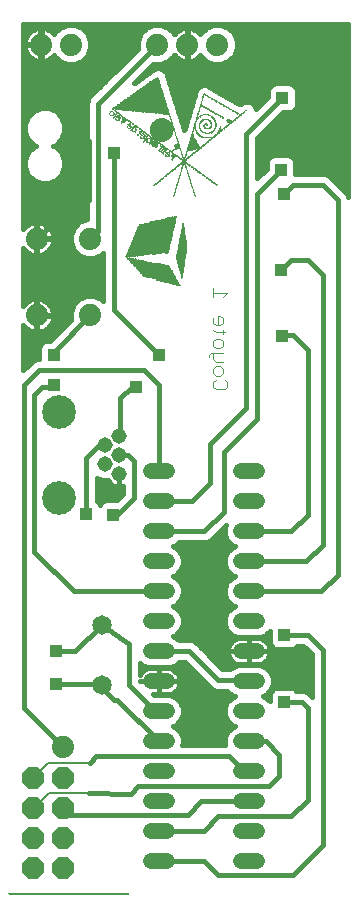
<source format=gbl>
G75*
%MOIN*%
%OFA0B0*%
%FSLAX24Y24*%
%IPPOS*%
%LPD*%
%AMOC8*
5,1,8,0,0,1.08239X$1,22.5*
%
%ADD10C,0.0040*%
%ADD11R,0.4000X0.0010*%
%ADD12R,0.2730X0.0010*%
%ADD13R,0.1220X0.0010*%
%ADD14R,0.0050X0.0010*%
%ADD15R,0.2710X0.0010*%
%ADD16R,0.1200X0.0010*%
%ADD17R,0.0010X0.0060*%
%ADD18R,0.0010X0.0080*%
%ADD19R,0.0010X0.0030*%
%ADD20R,0.0010X0.0020*%
%ADD21R,0.0010X0.0010*%
%ADD22R,0.0010X0.0040*%
%ADD23R,0.0010X0.0100*%
%ADD24R,0.0010X0.0090*%
%ADD25R,0.0010X0.0070*%
%ADD26R,0.0010X0.0050*%
%ADD27R,0.0010X0.0110*%
%ADD28R,0.0010X0.0120*%
%ADD29R,0.0010X0.0140*%
%ADD30R,0.0010X0.0150*%
%ADD31R,0.0010X0.0160*%
%ADD32R,0.0010X0.0170*%
%ADD33R,0.0010X0.0180*%
%ADD34R,0.0010X0.0200*%
%ADD35R,0.0010X0.0220*%
%ADD36R,0.0010X0.0230*%
%ADD37R,0.0010X0.0240*%
%ADD38R,0.0010X0.0250*%
%ADD39R,0.0010X0.0260*%
%ADD40R,0.0010X0.0270*%
%ADD41R,0.0010X0.0280*%
%ADD42R,0.0010X0.0290*%
%ADD43R,0.0010X0.0310*%
%ADD44R,0.0010X0.0210*%
%ADD45R,0.0010X0.0320*%
%ADD46R,0.0010X0.0190*%
%ADD47R,0.0010X0.0330*%
%ADD48R,0.0010X0.0340*%
%ADD49R,0.0010X0.0350*%
%ADD50R,0.0010X0.0130*%
%ADD51R,0.0010X0.0370*%
%ADD52R,0.0010X0.0380*%
%ADD53R,0.0010X0.0390*%
%ADD54R,0.0010X0.0400*%
%ADD55R,0.0010X0.0410*%
%ADD56R,0.0010X0.0420*%
%ADD57R,0.0010X0.0430*%
%ADD58R,0.0010X0.0440*%
%ADD59R,0.0010X0.0450*%
%ADD60R,0.0010X0.0470*%
%ADD61R,0.0010X0.0490*%
%ADD62R,0.0010X0.0500*%
%ADD63R,0.0010X0.0510*%
%ADD64R,0.0010X0.0530*%
%ADD65R,0.0010X0.0540*%
%ADD66R,0.0010X0.0550*%
%ADD67R,0.0010X0.0560*%
%ADD68R,0.0010X0.0570*%
%ADD69R,0.0010X0.0580*%
%ADD70R,0.0010X0.0600*%
%ADD71R,0.0010X0.0610*%
%ADD72R,0.0010X0.0620*%
%ADD73R,0.0010X0.0630*%
%ADD74R,0.0010X0.0650*%
%ADD75R,0.0010X0.0660*%
%ADD76R,0.0010X0.0670*%
%ADD77R,0.0010X0.0680*%
%ADD78R,0.0010X0.0700*%
%ADD79R,0.0010X0.0710*%
%ADD80R,0.0010X0.0720*%
%ADD81R,0.0010X0.0730*%
%ADD82R,0.0010X0.0740*%
%ADD83R,0.0010X0.0760*%
%ADD84R,0.0010X0.0770*%
%ADD85R,0.0010X0.0780*%
%ADD86R,0.0010X0.0790*%
%ADD87R,0.0010X0.0810*%
%ADD88R,0.0010X0.0820*%
%ADD89R,0.0010X0.0830*%
%ADD90R,0.0010X0.0840*%
%ADD91R,0.0010X0.0860*%
%ADD92R,0.0010X0.0870*%
%ADD93R,0.0010X0.0880*%
%ADD94R,0.0010X0.0890*%
%ADD95R,0.0010X0.0900*%
%ADD96R,0.0010X0.0920*%
%ADD97R,0.0010X0.0930*%
%ADD98R,0.0010X0.0940*%
%ADD99R,0.0010X0.0950*%
%ADD100R,0.0010X0.0960*%
%ADD101R,0.0010X0.0970*%
%ADD102R,0.0010X0.0980*%
%ADD103R,0.0010X0.0990*%
%ADD104R,0.0010X0.0300*%
%ADD105R,0.0010X0.1000*%
%ADD106R,0.0010X0.1010*%
%ADD107R,0.0010X0.0360*%
%ADD108R,0.0010X0.1020*%
%ADD109R,0.0010X0.1040*%
%ADD110R,0.0010X0.1050*%
%ADD111R,0.0010X0.1060*%
%ADD112R,0.0010X0.1080*%
%ADD113R,0.0010X0.1090*%
%ADD114R,0.0010X0.1100*%
%ADD115R,0.0010X0.0520*%
%ADD116R,0.0010X0.0640*%
%ADD117R,0.0010X0.1110*%
%ADD118R,0.0010X0.1120*%
%ADD119R,0.0010X0.0690*%
%ADD120R,0.0010X0.1130*%
%ADD121R,0.0010X0.1140*%
%ADD122R,0.0010X0.1150*%
%ADD123R,0.0010X0.0800*%
%ADD124R,0.0010X0.1160*%
%ADD125R,0.0010X0.0910*%
%ADD126R,0.0010X0.1170*%
%ADD127R,0.0010X0.1190*%
%ADD128R,0.0010X0.1200*%
%ADD129R,0.0010X0.1210*%
%ADD130R,0.0010X0.1220*%
%ADD131R,0.0010X0.1230*%
%ADD132R,0.0010X0.0750*%
%ADD133R,0.0010X0.1180*%
%ADD134R,0.0010X0.0460*%
%ADD135R,0.0010X0.0480*%
%ADD136R,0.0010X0.1070*%
%ADD137R,0.0010X0.0590*%
%ADD138R,0.0010X0.1290*%
%ADD139R,0.0010X0.1340*%
%ADD140R,0.0010X0.1480*%
%ADD141R,0.0010X0.1510*%
%ADD142R,0.0010X0.1650*%
%ADD143R,0.0010X0.1690*%
%ADD144R,0.0010X0.1720*%
%ADD145R,0.0010X0.1710*%
%ADD146R,0.0010X0.1700*%
%ADD147R,0.0010X0.1610*%
%ADD148R,0.0010X0.1330*%
%ADD149R,0.0010X0.1270*%
%ADD150C,0.0520*%
%ADD151C,0.0740*%
%ADD152OC8,0.0740*%
%ADD153C,0.0515*%
%ADD154C,0.1122*%
%ADD155C,0.0650*%
%ADD156R,0.0396X0.0396*%
%ADD157C,0.0160*%
%ADD158C,0.0080*%
%ADD159R,0.0410X0.0410*%
D10*
X007627Y017205D02*
X007550Y017282D01*
X007550Y017436D01*
X007627Y017512D01*
X007627Y017666D02*
X007550Y017742D01*
X007550Y017896D01*
X007627Y017973D01*
X007780Y017973D01*
X007857Y017896D01*
X007857Y017742D01*
X007780Y017666D01*
X007627Y017666D01*
X007934Y017512D02*
X008010Y017436D01*
X008010Y017282D01*
X007934Y017205D01*
X007627Y017205D01*
X007627Y018126D02*
X007550Y018203D01*
X007550Y018433D01*
X007473Y018433D02*
X007397Y018356D01*
X007397Y018280D01*
X007473Y018433D02*
X007857Y018433D01*
X007780Y018586D02*
X007627Y018586D01*
X007550Y018663D01*
X007550Y018817D01*
X007627Y018893D01*
X007780Y018893D01*
X007857Y018817D01*
X007857Y018663D01*
X007780Y018586D01*
X007857Y019047D02*
X007857Y019200D01*
X007934Y019124D02*
X007627Y019124D01*
X007550Y019200D01*
X007627Y019354D02*
X007780Y019354D01*
X007857Y019431D01*
X007857Y019584D01*
X007780Y019661D01*
X007703Y019661D01*
X007703Y019354D01*
X007627Y019354D02*
X007550Y019431D01*
X007550Y019584D01*
X007550Y020275D02*
X007550Y020582D01*
X007550Y020428D02*
X008010Y020428D01*
X007857Y020275D01*
X007857Y018126D02*
X007627Y018126D01*
D11*
X002720Y000370D03*
X002720Y000360D03*
X002720Y000350D03*
D12*
X002085Y000380D03*
D13*
X004110Y000380D03*
D14*
X003475Y000380D03*
D15*
X002075Y000390D03*
D16*
X004120Y000390D03*
D17*
X006425Y020685D03*
X004715Y021565D03*
X006325Y022945D03*
X005965Y025015D03*
X005945Y025155D03*
X005975Y025175D03*
X005865Y025315D03*
X006175Y025115D03*
X006265Y025315D03*
X005535Y025555D03*
X005375Y025675D03*
X005255Y025475D03*
X005145Y025785D03*
X004995Y025845D03*
X004925Y025995D03*
X004685Y025945D03*
X004675Y026185D03*
X004665Y026185D03*
X004315Y026215D03*
X004355Y026415D03*
X004245Y026565D03*
X004215Y026545D03*
X004205Y026545D03*
X004105Y026375D03*
X006985Y025805D03*
X007125Y025875D03*
X007135Y025865D03*
X007245Y025975D03*
X007135Y026085D03*
X007125Y026075D03*
X007615Y026165D03*
X007615Y025885D03*
X007765Y025845D03*
X007715Y025745D03*
X007705Y025735D03*
X007695Y025725D03*
X007555Y025605D03*
X007535Y025595D03*
X007525Y025585D03*
X008445Y026335D03*
X007245Y027025D03*
D18*
X006085Y026395D03*
X006095Y026375D03*
X006105Y026335D03*
X006115Y026315D03*
X006125Y026275D03*
X006225Y025955D03*
X006235Y025935D03*
X006245Y025895D03*
X006365Y025505D03*
X006375Y025485D03*
X006385Y025445D03*
X006395Y025425D03*
X006495Y025105D03*
X006505Y025065D03*
X006515Y025045D03*
X006525Y025005D03*
X006555Y024805D03*
X006625Y024685D03*
X006635Y024665D03*
X006645Y024625D03*
X006655Y024605D03*
X006535Y024625D03*
X006735Y024345D03*
X006745Y024305D03*
X006755Y024285D03*
X006765Y024245D03*
X006815Y024095D03*
X006855Y023965D03*
X006865Y023925D03*
X006875Y023905D03*
X006885Y023865D03*
X006105Y025025D03*
X006685Y025145D03*
X006695Y025165D03*
X006975Y025845D03*
X007095Y025975D03*
X007255Y025975D03*
X007625Y025915D03*
X007735Y025765D03*
X007725Y025755D03*
X007625Y026135D03*
X008025Y026135D03*
X008165Y026115D03*
X004985Y025845D03*
X004845Y025845D03*
X004825Y025965D03*
X004655Y026185D03*
X004455Y026235D03*
X004445Y026235D03*
X004455Y026335D03*
X004345Y026415D03*
X004275Y026575D03*
X004265Y026575D03*
X004225Y026545D03*
X004115Y026375D03*
X004665Y021635D03*
X004735Y021555D03*
X006415Y020695D03*
D19*
X006235Y023640D03*
X005855Y024210D03*
X005845Y024210D03*
X005835Y024200D03*
X005825Y024190D03*
X005805Y024180D03*
X005785Y024160D03*
X005775Y024150D03*
X005755Y024130D03*
X005735Y024120D03*
X005725Y024110D03*
X005715Y024100D03*
X005705Y024100D03*
X005685Y024080D03*
X005655Y024050D03*
X005635Y024040D03*
X005625Y024030D03*
X005615Y024020D03*
X005585Y024000D03*
X005875Y024230D03*
X005885Y024240D03*
X005905Y024260D03*
X005925Y024270D03*
X005935Y024280D03*
X005945Y024290D03*
X005955Y024300D03*
X005975Y024310D03*
X006005Y024340D03*
X006025Y024360D03*
X006035Y024360D03*
X006045Y024370D03*
X006055Y024380D03*
X006075Y024390D03*
X006095Y024410D03*
X006105Y024420D03*
X006125Y024440D03*
X006145Y024450D03*
X006155Y024460D03*
X006165Y024470D03*
X006175Y024470D03*
X006195Y024490D03*
X006205Y024500D03*
X006225Y024520D03*
X006245Y024530D03*
X006255Y024540D03*
X006265Y024550D03*
X006295Y024570D03*
X006325Y024600D03*
X006345Y024610D03*
X006355Y024620D03*
X006365Y024630D03*
X006375Y024640D03*
X006395Y024650D03*
X006415Y024670D03*
X006425Y024680D03*
X006445Y024700D03*
X006455Y024700D03*
X006465Y024710D03*
X006475Y024720D03*
X006495Y024730D03*
X006515Y024750D03*
X006525Y024760D03*
X006545Y024780D03*
X006545Y024830D03*
X006535Y024840D03*
X006505Y024860D03*
X006495Y024870D03*
X006485Y024870D03*
X006465Y024890D03*
X006455Y024900D03*
X006435Y024910D03*
X006425Y024920D03*
X006415Y024930D03*
X006405Y024930D03*
X006395Y024940D03*
X006375Y024960D03*
X006365Y024960D03*
X006355Y024970D03*
X006345Y024980D03*
X006325Y024990D03*
X006315Y025000D03*
X006215Y025070D03*
X006205Y025080D03*
X006185Y025090D03*
X006155Y025120D03*
X006145Y025120D03*
X006135Y025130D03*
X006125Y025140D03*
X006105Y025150D03*
X006095Y025160D03*
X006065Y025180D03*
X006055Y025190D03*
X006045Y025190D03*
X006025Y025210D03*
X006015Y025220D03*
X005965Y025250D03*
X005955Y025260D03*
X005915Y025290D03*
X005905Y025300D03*
X005885Y025310D03*
X005845Y025340D03*
X005835Y025350D03*
X005825Y025350D03*
X005805Y025370D03*
X005795Y025380D03*
X005775Y025390D03*
X005765Y025400D03*
X005745Y025410D03*
X005735Y025420D03*
X005715Y025440D03*
X005555Y025550D03*
X005545Y025560D03*
X005525Y025570D03*
X005515Y025580D03*
X005495Y025600D03*
X005485Y025600D03*
X005465Y025620D03*
X005435Y025640D03*
X005425Y025650D03*
X005415Y025660D03*
X005405Y025660D03*
X005365Y025690D03*
X005355Y025700D03*
X005345Y025710D03*
X005325Y025720D03*
X005315Y025730D03*
X005285Y025750D03*
X005275Y025760D03*
X005245Y025780D03*
X005235Y025790D03*
X005215Y025800D03*
X005205Y025810D03*
X005195Y025820D03*
X005185Y025820D03*
X005155Y025800D03*
X005155Y025850D03*
X005145Y025850D03*
X005135Y025860D03*
X005125Y025870D03*
X005105Y025880D03*
X005095Y025890D03*
X005065Y025910D03*
X005055Y025920D03*
X005025Y025940D03*
X005015Y025950D03*
X004995Y025960D03*
X004985Y025970D03*
X004975Y025980D03*
X004965Y025980D03*
X004915Y025960D03*
X004905Y025950D03*
X004915Y026020D03*
X004905Y026030D03*
X004885Y026040D03*
X004875Y026050D03*
X004845Y026070D03*
X004835Y026080D03*
X004805Y026100D03*
X004795Y026110D03*
X004775Y026120D03*
X004765Y026130D03*
X004755Y026140D03*
X004745Y026140D03*
X004715Y026170D03*
X004705Y026170D03*
X004695Y026180D03*
X004715Y026010D03*
X004755Y025970D03*
X004805Y026010D03*
X004815Y026000D03*
X004815Y025920D03*
X004835Y025850D03*
X004825Y025840D03*
X004865Y025790D03*
X004965Y025890D03*
X005105Y025790D03*
X005115Y025750D03*
X005095Y025720D03*
X005085Y025710D03*
X005075Y025690D03*
X005065Y025680D03*
X005125Y025630D03*
X005155Y025580D03*
X005235Y025620D03*
X005245Y025570D03*
X005295Y025540D03*
X005305Y025560D03*
X005335Y025590D03*
X005345Y025610D03*
X005365Y025540D03*
X005275Y025510D03*
X005265Y025500D03*
X005355Y025440D03*
X005445Y025420D03*
X005495Y025480D03*
X005505Y025500D03*
X005515Y025510D03*
X005245Y025690D03*
X005835Y025260D03*
X005815Y025230D03*
X005805Y025220D03*
X005785Y025190D03*
X005775Y025170D03*
X005825Y025120D03*
X005855Y025150D03*
X005865Y025170D03*
X005875Y025180D03*
X005885Y025200D03*
X005935Y025130D03*
X005925Y025120D03*
X005905Y025090D03*
X005895Y025070D03*
X005865Y025060D03*
X005995Y024970D03*
X006025Y025040D03*
X006075Y025010D03*
X006075Y024970D03*
X006075Y025090D03*
X006195Y025140D03*
X006215Y025150D03*
X006235Y025160D03*
X006245Y025170D03*
X006255Y025170D03*
X006265Y025180D03*
X006275Y025180D03*
X006285Y025190D03*
X006305Y025200D03*
X006335Y025220D03*
X006405Y025260D03*
X006215Y024880D03*
X006205Y024870D03*
X006195Y024850D03*
X006625Y024840D03*
X006645Y024860D03*
X006665Y024870D03*
X006675Y024880D03*
X006685Y024890D03*
X006695Y024900D03*
X006715Y024910D03*
X006745Y024940D03*
X006765Y024960D03*
X006775Y024960D03*
X006785Y024970D03*
X006795Y024980D03*
X006815Y024990D03*
X006835Y025010D03*
X006845Y025020D03*
X006865Y025040D03*
X006875Y025040D03*
X006885Y025050D03*
X006895Y025060D03*
X006905Y025070D03*
X006915Y025070D03*
X006935Y025090D03*
X006945Y025100D03*
X006965Y025120D03*
X006985Y025130D03*
X006995Y025140D03*
X007005Y025150D03*
X007035Y025170D03*
X007065Y025200D03*
X007135Y025250D03*
X007165Y025280D03*
X007185Y025300D03*
X007195Y025300D03*
X007205Y025310D03*
X007215Y025320D03*
X007235Y025330D03*
X007255Y025350D03*
X007265Y025360D03*
X007285Y025380D03*
X007305Y025390D03*
X007315Y025400D03*
X007325Y025410D03*
X007335Y025410D03*
X007355Y025430D03*
X007365Y025440D03*
X007385Y025460D03*
X007405Y025470D03*
X007415Y025480D03*
X007425Y025490D03*
X007435Y025500D03*
X007455Y025510D03*
X007485Y025540D03*
X007505Y025550D03*
X007515Y025560D03*
X007495Y025590D03*
X007485Y025590D03*
X007475Y025580D03*
X007465Y025580D03*
X007455Y025580D03*
X007405Y025570D03*
X007395Y025570D03*
X007385Y025570D03*
X007375Y025570D03*
X007365Y025570D03*
X007355Y025570D03*
X007345Y025570D03*
X007335Y025570D03*
X007325Y025570D03*
X007315Y025570D03*
X007265Y025580D03*
X007255Y025580D03*
X007245Y025580D03*
X007235Y025590D03*
X007225Y025590D03*
X007205Y025600D03*
X007195Y025600D03*
X007185Y025610D03*
X007175Y025620D03*
X007165Y025620D03*
X007145Y025630D03*
X007135Y025640D03*
X007105Y025660D03*
X007095Y025670D03*
X007075Y025690D03*
X007195Y025790D03*
X007215Y025770D03*
X007225Y025760D03*
X007235Y025760D03*
X007245Y025750D03*
X007255Y025750D03*
X007275Y025740D03*
X007285Y025740D03*
X007295Y025730D03*
X007305Y025730D03*
X007315Y025730D03*
X007405Y025730D03*
X007415Y025730D03*
X007425Y025730D03*
X007435Y025740D03*
X007445Y025740D03*
X007455Y025740D03*
X007475Y025750D03*
X007495Y025760D03*
X007505Y025770D03*
X007515Y025770D03*
X007525Y025780D03*
X007535Y025790D03*
X007435Y025900D03*
X007425Y025900D03*
X007415Y025890D03*
X007405Y025890D03*
X007385Y025880D03*
X007375Y025880D03*
X007365Y025880D03*
X007355Y025880D03*
X007345Y025880D03*
X007315Y025890D03*
X007305Y025890D03*
X007295Y025900D03*
X007285Y025910D03*
X007295Y026040D03*
X007335Y026040D03*
X007405Y026170D03*
X007395Y026180D03*
X007385Y026180D03*
X007355Y026190D03*
X007345Y026190D03*
X007335Y026190D03*
X007295Y026190D03*
X007285Y026190D03*
X007275Y026190D03*
X007265Y026190D03*
X007235Y026180D03*
X007215Y026170D03*
X007185Y026150D03*
X007095Y026270D03*
X007085Y026270D03*
X007105Y026280D03*
X007115Y026290D03*
X007135Y026300D03*
X007155Y026310D03*
X007165Y026320D03*
X007175Y026320D03*
X007205Y026330D03*
X007215Y026330D03*
X007225Y026340D03*
X007235Y026340D03*
X007295Y026350D03*
X007305Y026350D03*
X007315Y026350D03*
X007325Y026350D03*
X007385Y026340D03*
X007395Y026340D03*
X007405Y026340D03*
X007415Y026330D03*
X007425Y026330D03*
X007445Y026320D03*
X007455Y026320D03*
X007465Y026310D03*
X007475Y026310D03*
X007485Y026300D03*
X007505Y026290D03*
X007515Y026280D03*
X007535Y026270D03*
X007555Y026250D03*
X007655Y026380D03*
X007675Y026370D03*
X007685Y026360D03*
X007695Y026360D03*
X007705Y026350D03*
X007715Y026350D03*
X007725Y026340D03*
X007745Y026330D03*
X007765Y026320D03*
X007775Y026310D03*
X007795Y026300D03*
X007815Y026290D03*
X007825Y026280D03*
X007835Y026280D03*
X007845Y026270D03*
X007855Y026270D03*
X007865Y026260D03*
X007885Y026250D03*
X007905Y026240D03*
X007915Y026230D03*
X008015Y026140D03*
X008085Y026030D03*
X008055Y026000D03*
X008035Y025980D03*
X008025Y025980D03*
X008015Y025970D03*
X008005Y025960D03*
X007985Y025950D03*
X007965Y025930D03*
X007955Y025920D03*
X007935Y025900D03*
X007915Y025890D03*
X007905Y025880D03*
X007895Y025870D03*
X007885Y025870D03*
X007865Y025850D03*
X007855Y025840D03*
X007835Y025820D03*
X007815Y025810D03*
X007805Y025800D03*
X007795Y025790D03*
X007765Y025770D03*
X007805Y025950D03*
X008175Y026100D03*
X008185Y026110D03*
X008205Y026130D03*
X008215Y026130D03*
X008225Y026140D03*
X008235Y026150D03*
X008255Y026160D03*
X008275Y026180D03*
X008285Y026190D03*
X008305Y026210D03*
X008325Y026220D03*
X008335Y026230D03*
X008345Y026240D03*
X008355Y026240D03*
X008375Y026260D03*
X008385Y026270D03*
X008405Y026290D03*
X008425Y026300D03*
X008435Y026310D03*
X008475Y026340D03*
X008505Y026370D03*
X008525Y026380D03*
X008535Y026390D03*
X008545Y026400D03*
X008555Y026410D03*
X008575Y026420D03*
X008595Y026440D03*
X008605Y026450D03*
X008625Y026470D03*
X008635Y026470D03*
X008645Y026480D03*
X008655Y026490D03*
X008665Y026500D03*
X008675Y026500D03*
X008435Y026360D03*
X008425Y026360D03*
X008415Y026370D03*
X008405Y026370D03*
X008395Y026380D03*
X008375Y026390D03*
X008345Y026410D03*
X008325Y026420D03*
X008305Y026430D03*
X008295Y026440D03*
X008285Y026440D03*
X008275Y026450D03*
X008265Y026450D03*
X008255Y026460D03*
X008235Y026470D03*
X008205Y026490D03*
X008185Y026500D03*
X008165Y026510D03*
X008155Y026520D03*
X008145Y026520D03*
X008135Y026530D03*
X008125Y026530D03*
X008115Y026540D03*
X008095Y026550D03*
X008065Y026570D03*
X008045Y026580D03*
X008025Y026590D03*
X008015Y026600D03*
X008005Y026600D03*
X007995Y026610D03*
X007985Y026610D03*
X007975Y026620D03*
X007955Y026630D03*
X007935Y026640D03*
X007925Y026650D03*
X007905Y026660D03*
X007885Y026670D03*
X007875Y026680D03*
X007865Y026680D03*
X007855Y026690D03*
X007845Y026690D03*
X007835Y026700D03*
X007815Y026710D03*
X007785Y026730D03*
X007765Y026740D03*
X007745Y026750D03*
X007735Y026760D03*
X007725Y026760D03*
X007715Y026770D03*
X007705Y026770D03*
X007695Y026780D03*
X007675Y026790D03*
X007645Y026810D03*
X007625Y026820D03*
X007605Y026830D03*
X007595Y026840D03*
X007585Y026840D03*
X007575Y026850D03*
X007565Y026850D03*
X007555Y026860D03*
X007535Y026870D03*
X007505Y026890D03*
X007485Y026900D03*
X007465Y026910D03*
X007455Y026920D03*
X007445Y026920D03*
X007435Y026930D03*
X007425Y026930D03*
X007415Y026940D03*
X007395Y026950D03*
X007375Y026960D03*
X007365Y026970D03*
X007345Y026980D03*
X007325Y026990D03*
X007315Y027000D03*
X007305Y027000D03*
X007295Y027010D03*
X007285Y027010D03*
X007275Y027020D03*
X007165Y026660D03*
X007185Y026650D03*
X007205Y026640D03*
X007235Y026620D03*
X007255Y026610D03*
X007265Y026600D03*
X007275Y026600D03*
X007285Y026590D03*
X007295Y026590D03*
X007305Y026580D03*
X007325Y026570D03*
X007345Y026560D03*
X007375Y026540D03*
X007395Y026530D03*
X007405Y026520D03*
X007415Y026520D03*
X007425Y026510D03*
X007435Y026510D03*
X007445Y026500D03*
X007465Y026490D03*
X007485Y026480D03*
X007515Y026460D03*
X007535Y026450D03*
X007545Y026440D03*
X007555Y026440D03*
X007565Y026430D03*
X007575Y026430D03*
X007585Y026420D03*
X007605Y026410D03*
X007625Y026400D03*
X007065Y026250D03*
X006625Y024770D03*
X006645Y024760D03*
X006655Y024750D03*
X006675Y024740D03*
X006685Y024730D03*
X006705Y024710D03*
X006715Y024710D03*
X006725Y024700D03*
X006755Y024680D03*
X006765Y024670D03*
X006785Y024660D03*
X006795Y024650D03*
X006805Y024640D03*
X006815Y024640D03*
X006845Y024610D03*
X006865Y024600D03*
X006875Y024590D03*
X006895Y024580D03*
X006905Y024570D03*
X006925Y024550D03*
X006935Y024550D03*
X006945Y024540D03*
X006975Y024520D03*
X006985Y024510D03*
X007005Y024500D03*
X007015Y024490D03*
X007025Y024480D03*
X007035Y024480D03*
X007065Y024450D03*
X007085Y024440D03*
X007095Y024430D03*
X007115Y024420D03*
X007125Y024410D03*
X007145Y024390D03*
X007155Y024390D03*
X007165Y024380D03*
X007195Y024360D03*
X007205Y024350D03*
X007225Y024340D03*
X007235Y024330D03*
X007245Y024320D03*
X007255Y024320D03*
X007285Y024290D03*
X007295Y024290D03*
X007305Y024280D03*
X007315Y024270D03*
X007335Y024260D03*
X007345Y024250D03*
X007365Y024230D03*
X007375Y024230D03*
X007385Y024220D03*
X007415Y024200D03*
X007425Y024190D03*
X007445Y024180D03*
X007455Y024170D03*
X007465Y024160D03*
X007475Y024160D03*
X007495Y024140D03*
X007505Y024130D03*
X007525Y024120D03*
X007535Y024110D03*
X007555Y024100D03*
X007565Y024090D03*
X007585Y024070D03*
X007595Y024070D03*
X007605Y024060D03*
X007635Y024040D03*
X007645Y024030D03*
X007665Y024020D03*
X007675Y024010D03*
X006965Y023640D03*
X004415Y026170D03*
X004415Y026220D03*
X004365Y026250D03*
X004335Y026280D03*
X004355Y026300D03*
X004295Y026320D03*
X004305Y026340D03*
X004315Y026350D03*
X004325Y026370D03*
X004365Y026420D03*
X004395Y026400D03*
X004405Y026390D03*
X004435Y026370D03*
X004465Y026350D03*
X004475Y026340D03*
X004485Y026330D03*
X004495Y026330D03*
X004525Y026300D03*
X004535Y026300D03*
X004435Y026280D03*
X004335Y026180D03*
X004255Y026270D03*
X004265Y026290D03*
X004205Y026310D03*
X004125Y026330D03*
X004125Y026420D03*
X004135Y026430D03*
X004145Y026440D03*
X004225Y026430D03*
X004265Y026490D03*
X004275Y026490D03*
X004255Y026500D03*
X004245Y026510D03*
X004305Y026460D03*
X004315Y026460D03*
X004325Y026450D03*
X004335Y026440D03*
D20*
X004385Y026405D03*
X004415Y026385D03*
X004405Y026305D03*
X004395Y026305D03*
X004385Y026305D03*
X004375Y026305D03*
X004365Y026305D03*
X004345Y026295D03*
X004325Y026285D03*
X004345Y026265D03*
X004355Y026265D03*
X004375Y026245D03*
X004385Y026235D03*
X004395Y026235D03*
X004405Y026225D03*
X004405Y026165D03*
X004395Y026165D03*
X004385Y026165D03*
X004375Y026165D03*
X004365Y026165D03*
X004355Y026165D03*
X004345Y026165D03*
X004325Y026185D03*
X004425Y026285D03*
X004415Y026295D03*
X004225Y026325D03*
X004215Y026315D03*
X004195Y026305D03*
X004185Y026305D03*
X004175Y026305D03*
X004165Y026305D03*
X004155Y026315D03*
X004145Y026315D03*
X004135Y026325D03*
X004155Y026445D03*
X004165Y026445D03*
X004175Y026445D03*
X004185Y026445D03*
X004195Y026445D03*
X004205Y026445D03*
X004215Y026445D03*
X004235Y026425D03*
X004195Y026545D03*
X004725Y026025D03*
X004735Y026025D03*
X004745Y026025D03*
X004755Y026035D03*
X004775Y026025D03*
X004785Y026025D03*
X004795Y026025D03*
X004825Y026085D03*
X004855Y026065D03*
X004795Y025945D03*
X004785Y025945D03*
X004775Y025955D03*
X004765Y025965D03*
X004745Y025975D03*
X004735Y025985D03*
X004725Y025985D03*
X004705Y026005D03*
X004705Y025905D03*
X004715Y025905D03*
X004725Y025895D03*
X004745Y025885D03*
X004755Y025885D03*
X004765Y025885D03*
X004775Y025885D03*
X004785Y025895D03*
X004795Y025905D03*
X004875Y025905D03*
X004905Y025915D03*
X004915Y025915D03*
X004925Y025915D03*
X004935Y025915D03*
X004945Y025905D03*
X004955Y025905D03*
X005045Y025925D03*
X005075Y025905D03*
X005115Y025785D03*
X005155Y025755D03*
X005185Y025705D03*
X005195Y025705D03*
X005205Y025705D03*
X005215Y025705D03*
X005225Y025705D03*
X005235Y025705D03*
X005255Y025685D03*
X005215Y025635D03*
X005225Y025625D03*
X005245Y025615D03*
X005255Y025605D03*
X005255Y025575D03*
X005235Y025565D03*
X005225Y025555D03*
X005215Y025555D03*
X005205Y025555D03*
X005195Y025555D03*
X005185Y025555D03*
X005175Y025565D03*
X005165Y025575D03*
X005195Y025645D03*
X005205Y025645D03*
X005185Y025655D03*
X005155Y025685D03*
X005055Y025665D03*
X005045Y025665D03*
X005035Y025665D03*
X005025Y025675D03*
X004955Y025785D03*
X004945Y025785D03*
X004935Y025775D03*
X004925Y025775D03*
X004915Y025775D03*
X004905Y025775D03*
X004895Y025775D03*
X004885Y025775D03*
X004875Y025785D03*
X005265Y025765D03*
X005295Y025745D03*
X005365Y025655D03*
X005355Y025615D03*
X005385Y025555D03*
X005395Y025555D03*
X005405Y025555D03*
X005415Y025555D03*
X005425Y025555D03*
X005435Y025555D03*
X005445Y025545D03*
X005455Y025535D03*
X005375Y025545D03*
X005365Y025425D03*
X005375Y025415D03*
X005385Y025415D03*
X005395Y025415D03*
X005405Y025415D03*
X005415Y025415D03*
X005725Y025155D03*
X005735Y025155D03*
X005745Y025155D03*
X005755Y025155D03*
X005815Y025105D03*
X005875Y025055D03*
X005985Y025075D03*
X006005Y025095D03*
X006015Y025095D03*
X006025Y025095D03*
X006035Y025095D03*
X006045Y025095D03*
X006055Y025095D03*
X006065Y025095D03*
X006085Y025075D03*
X006055Y025025D03*
X006045Y025025D03*
X006035Y025035D03*
X006015Y025055D03*
X006005Y025055D03*
X006065Y025015D03*
X006065Y024965D03*
X006055Y024955D03*
X006045Y024955D03*
X006035Y024955D03*
X006025Y024955D03*
X006015Y024955D03*
X006005Y024955D03*
X005985Y024975D03*
X005935Y025185D03*
X005915Y025255D03*
X005855Y025245D03*
X005815Y025275D03*
X005805Y025275D03*
X005855Y025335D03*
X006075Y025175D03*
X006185Y025135D03*
X006225Y025155D03*
X006295Y025195D03*
X006325Y025215D03*
X006515Y024855D03*
X006735Y024695D03*
X006955Y024535D03*
X007175Y024375D03*
X007395Y024215D03*
X007615Y024055D03*
X006335Y022965D03*
X005575Y023995D03*
X007125Y025645D03*
X007215Y025595D03*
X007275Y025575D03*
X007285Y025575D03*
X007295Y025575D03*
X007305Y025575D03*
X007415Y025575D03*
X007425Y025575D03*
X007435Y025575D03*
X007445Y025575D03*
X007505Y025595D03*
X007515Y025595D03*
X007465Y025745D03*
X007395Y025725D03*
X007385Y025725D03*
X007375Y025725D03*
X007365Y025725D03*
X007355Y025725D03*
X007345Y025725D03*
X007335Y025725D03*
X007325Y025725D03*
X007265Y025745D03*
X007325Y025885D03*
X007335Y025885D03*
X007395Y025885D03*
X007325Y026045D03*
X007315Y026045D03*
X007305Y026045D03*
X007255Y026185D03*
X007245Y026185D03*
X007205Y026165D03*
X007305Y026195D03*
X007315Y026195D03*
X007325Y026195D03*
X007365Y026185D03*
X007375Y026185D03*
X007415Y026165D03*
X007435Y026325D03*
X007375Y026345D03*
X007365Y026345D03*
X007355Y026345D03*
X007345Y026345D03*
X007335Y026345D03*
X007285Y026345D03*
X007275Y026345D03*
X007265Y026345D03*
X007255Y026345D03*
X007245Y026345D03*
X007195Y026325D03*
X007185Y026325D03*
X007145Y026305D03*
X007335Y026565D03*
X007365Y026545D03*
X007475Y026485D03*
X007505Y026465D03*
X007615Y026405D03*
X007645Y026385D03*
X007755Y026325D03*
X007785Y026305D03*
X007895Y026245D03*
X008105Y026545D03*
X008075Y026565D03*
X008035Y026585D03*
X007965Y026625D03*
X007895Y026665D03*
X007825Y026705D03*
X007795Y026725D03*
X007755Y026745D03*
X007685Y026785D03*
X007655Y026805D03*
X007615Y026825D03*
X007545Y026865D03*
X007515Y026885D03*
X007475Y026905D03*
X007405Y026945D03*
X007335Y026985D03*
X007265Y027025D03*
X007195Y026645D03*
X007225Y026625D03*
X008175Y026505D03*
X008215Y026485D03*
X008245Y026465D03*
X008315Y026425D03*
X008355Y026405D03*
X008385Y026385D03*
X007785Y025785D03*
X004645Y021625D03*
X006445Y020665D03*
D21*
X006455Y020660D03*
X006225Y023630D03*
X005565Y024000D03*
X006175Y024840D03*
X005975Y025070D03*
X005985Y025150D03*
X005995Y025150D03*
X005905Y025210D03*
X005855Y025070D03*
X005265Y025450D03*
X005145Y025680D03*
X004815Y025830D03*
X004735Y025890D03*
X004765Y026030D03*
X004495Y026060D03*
X004235Y026250D03*
X004185Y026540D03*
X007685Y024010D03*
D22*
X007655Y024025D03*
X007625Y024045D03*
X007575Y024085D03*
X007545Y024105D03*
X007515Y024125D03*
X007485Y024145D03*
X007435Y024185D03*
X007405Y024205D03*
X007355Y024245D03*
X007325Y024265D03*
X007275Y024305D03*
X007265Y024305D03*
X007215Y024345D03*
X007185Y024365D03*
X007135Y024405D03*
X007105Y024425D03*
X007075Y024445D03*
X007055Y024465D03*
X007045Y024465D03*
X006995Y024505D03*
X006965Y024525D03*
X006915Y024565D03*
X006885Y024585D03*
X006855Y024605D03*
X006835Y024625D03*
X006825Y024625D03*
X006775Y024665D03*
X006745Y024685D03*
X006695Y024725D03*
X006665Y024745D03*
X006635Y024765D03*
X006635Y024845D03*
X006655Y024865D03*
X006705Y024905D03*
X006725Y024925D03*
X006735Y024925D03*
X006755Y024945D03*
X006805Y024985D03*
X006825Y025005D03*
X006855Y025025D03*
X006925Y025085D03*
X006955Y025105D03*
X006975Y025125D03*
X007015Y025155D03*
X007025Y025165D03*
X007045Y025185D03*
X007055Y025185D03*
X007115Y025245D03*
X007125Y025245D03*
X007145Y025265D03*
X007155Y025265D03*
X007175Y025285D03*
X007225Y025325D03*
X007245Y025345D03*
X007275Y025365D03*
X007295Y025385D03*
X007345Y025425D03*
X007375Y025445D03*
X007395Y025465D03*
X007445Y025505D03*
X007465Y025525D03*
X007475Y025525D03*
X007495Y025545D03*
X007605Y025645D03*
X007625Y025655D03*
X007635Y025665D03*
X007645Y025675D03*
X007665Y025695D03*
X007755Y025755D03*
X007775Y025775D03*
X007825Y025815D03*
X007845Y025835D03*
X007875Y025855D03*
X007925Y025895D03*
X007945Y025915D03*
X007975Y025935D03*
X007995Y025955D03*
X008045Y025995D03*
X008065Y026015D03*
X008075Y026015D03*
X008195Y026115D03*
X008245Y026155D03*
X008265Y026175D03*
X008295Y026195D03*
X008315Y026215D03*
X008365Y026255D03*
X008395Y026275D03*
X008415Y026295D03*
X008455Y026335D03*
X008465Y026335D03*
X008485Y026355D03*
X008495Y026355D03*
X008515Y026375D03*
X008565Y026415D03*
X008585Y026435D03*
X008615Y026455D03*
X008365Y026395D03*
X008335Y026415D03*
X008225Y026475D03*
X008195Y026495D03*
X008085Y026555D03*
X008055Y026575D03*
X007945Y026635D03*
X007915Y026655D03*
X007805Y026715D03*
X007775Y026735D03*
X007665Y026795D03*
X007635Y026815D03*
X007525Y026875D03*
X007495Y026895D03*
X007385Y026955D03*
X007355Y026975D03*
X007255Y027035D03*
X007175Y026655D03*
X007215Y026635D03*
X007245Y026615D03*
X007315Y026575D03*
X007355Y026555D03*
X007385Y026535D03*
X007455Y026495D03*
X007495Y026475D03*
X007525Y026455D03*
X007595Y026415D03*
X007635Y026395D03*
X007665Y026375D03*
X007735Y026335D03*
X007805Y026295D03*
X007875Y026255D03*
X007575Y026225D03*
X007565Y026235D03*
X007545Y026255D03*
X007525Y026275D03*
X007495Y026295D03*
X007435Y026155D03*
X007425Y026155D03*
X007445Y026135D03*
X007455Y026135D03*
X007465Y026115D03*
X007465Y025935D03*
X007455Y025915D03*
X007445Y025915D03*
X007555Y025805D03*
X007565Y025815D03*
X007575Y025825D03*
X007545Y025795D03*
X007485Y025755D03*
X007205Y025775D03*
X007185Y025795D03*
X007175Y025805D03*
X007165Y025815D03*
X007145Y025835D03*
X007035Y025735D03*
X007045Y025715D03*
X007055Y025715D03*
X007065Y025695D03*
X007085Y025675D03*
X007115Y025655D03*
X007155Y025625D03*
X007285Y026035D03*
X007175Y026135D03*
X007165Y026135D03*
X007155Y026115D03*
X007195Y026155D03*
X007225Y026175D03*
X007125Y026295D03*
X007075Y026255D03*
X007055Y026235D03*
X007045Y026225D03*
X007035Y026215D03*
X007025Y026205D03*
X006415Y025265D03*
X006315Y025205D03*
X006205Y025145D03*
X006195Y025085D03*
X006115Y025145D03*
X006085Y025165D03*
X006035Y025205D03*
X006005Y025225D03*
X005975Y025245D03*
X005945Y025265D03*
X005895Y025305D03*
X005875Y025315D03*
X005855Y025285D03*
X005895Y025205D03*
X005955Y025165D03*
X005965Y025175D03*
X005915Y025105D03*
X005885Y025065D03*
X005835Y025125D03*
X005845Y025145D03*
X005795Y025205D03*
X005765Y025165D03*
X005815Y025365D03*
X005785Y025385D03*
X005755Y025405D03*
X005725Y025425D03*
X005525Y025525D03*
X005465Y025525D03*
X005485Y025475D03*
X005465Y025445D03*
X005455Y025425D03*
X005435Y025405D03*
X005355Y025525D03*
X005315Y025565D03*
X005325Y025585D03*
X005285Y025635D03*
X005265Y025675D03*
X005305Y025735D03*
X005335Y025715D03*
X005395Y025675D03*
X005445Y025635D03*
X005455Y025625D03*
X005475Y025615D03*
X005505Y025585D03*
X005285Y025525D03*
X005245Y025465D03*
X005145Y025595D03*
X005165Y025675D03*
X005105Y025735D03*
X005125Y025765D03*
X005135Y025775D03*
X005175Y025835D03*
X005225Y025795D03*
X005255Y025775D03*
X005115Y025875D03*
X005085Y025895D03*
X005035Y025935D03*
X005005Y025955D03*
X004955Y025995D03*
X004945Y025995D03*
X004895Y026035D03*
X004865Y026055D03*
X004815Y026095D03*
X004785Y026115D03*
X004735Y026155D03*
X004725Y026155D03*
X004685Y026185D03*
X004515Y026315D03*
X004505Y026315D03*
X004425Y026375D03*
X004375Y026415D03*
X004335Y026375D03*
X004285Y026315D03*
X004275Y026295D03*
X004245Y026255D03*
X004235Y026335D03*
X004285Y026475D03*
X004295Y026475D03*
X004435Y026195D03*
X004865Y025895D03*
X004885Y025915D03*
X004975Y025885D03*
X004975Y025805D03*
X004965Y025795D03*
X005995Y025075D03*
X006095Y025065D03*
X006115Y025025D03*
X006095Y024985D03*
X006085Y024985D03*
X006185Y024845D03*
X006305Y025005D03*
X006335Y024985D03*
X006385Y024945D03*
X006445Y024905D03*
X006475Y024885D03*
X006525Y024845D03*
X006535Y024765D03*
X006505Y024745D03*
X006485Y024725D03*
X006435Y024685D03*
X006405Y024665D03*
X006385Y024645D03*
X006335Y024605D03*
X006315Y024585D03*
X006305Y024585D03*
X006285Y024565D03*
X006275Y024555D03*
X006235Y024525D03*
X006215Y024505D03*
X006185Y024485D03*
X006135Y024445D03*
X006115Y024425D03*
X006085Y024405D03*
X006065Y024385D03*
X006015Y024345D03*
X005995Y024325D03*
X005985Y024325D03*
X005965Y024305D03*
X005915Y024265D03*
X005895Y024245D03*
X005865Y024225D03*
X005815Y024185D03*
X005795Y024165D03*
X005765Y024145D03*
X005745Y024125D03*
X005695Y024085D03*
X005675Y024065D03*
X005665Y024065D03*
X005645Y024045D03*
X005605Y024015D03*
X005595Y024005D03*
X004655Y021625D03*
X006435Y020675D03*
D23*
X006405Y020705D03*
X004755Y021545D03*
X006295Y023815D03*
X006345Y023995D03*
X006355Y024015D03*
X006405Y024195D03*
X006455Y024355D03*
X006505Y024535D03*
X006515Y024555D03*
X006275Y024995D03*
X006185Y024995D03*
X006665Y025075D03*
X006895Y025845D03*
X006965Y025865D03*
X006965Y026085D03*
X006985Y026155D03*
X007045Y026365D03*
X007055Y026385D03*
X007105Y026565D03*
X007205Y026905D03*
X007215Y026925D03*
X007635Y026105D03*
X007745Y025785D03*
X008035Y026135D03*
X005515Y025375D03*
X004855Y025845D03*
X004635Y026185D03*
X004295Y026585D03*
X004285Y026585D03*
X004235Y026545D03*
D24*
X004245Y026380D03*
X004515Y026110D03*
X004645Y026190D03*
X005275Y025630D03*
X005475Y025480D03*
X006275Y025320D03*
X006435Y025300D03*
X006445Y025260D03*
X006455Y025230D03*
X006465Y025190D03*
X006475Y025170D03*
X006485Y025130D03*
X006535Y024980D03*
X006545Y024940D03*
X006555Y024920D03*
X006625Y024940D03*
X006635Y024960D03*
X006645Y025010D03*
X006655Y025030D03*
X006675Y025100D03*
X006585Y024810D03*
X006555Y024690D03*
X006545Y024670D03*
X006525Y024600D03*
X006495Y024490D03*
X006485Y024470D03*
X006475Y024420D03*
X006465Y024400D03*
X006445Y024330D03*
X006435Y024290D03*
X006425Y024260D03*
X006415Y024220D03*
X006395Y024150D03*
X006385Y024130D03*
X006375Y024080D03*
X006365Y024060D03*
X006335Y023950D03*
X006325Y023930D03*
X006315Y023880D03*
X006305Y023860D03*
X006285Y023790D03*
X006275Y023750D03*
X006265Y023720D03*
X006255Y023680D03*
X006245Y023660D03*
X006845Y023990D03*
X006835Y024030D03*
X006825Y024050D03*
X006805Y024120D03*
X006795Y024160D03*
X006785Y024180D03*
X006775Y024220D03*
X006725Y024370D03*
X006715Y024410D03*
X006705Y024430D03*
X006695Y024470D03*
X006685Y024500D03*
X006675Y024540D03*
X006665Y024560D03*
X006895Y023840D03*
X006905Y023800D03*
X006915Y023780D03*
X006925Y023740D03*
X006935Y023710D03*
X006945Y023670D03*
X006355Y025550D03*
X006345Y025570D03*
X006335Y025610D03*
X006325Y025630D03*
X006315Y025680D03*
X006305Y025700D03*
X006295Y025740D03*
X006285Y025760D03*
X006275Y025810D03*
X006265Y025830D03*
X006255Y025870D03*
X006185Y026080D03*
X006175Y026120D03*
X006165Y026140D03*
X006155Y026190D03*
X006145Y026210D03*
X006135Y026250D03*
X006925Y025960D03*
X006935Y025980D03*
X006915Y025910D03*
X006905Y025890D03*
X006885Y025820D03*
X006875Y025780D03*
X006975Y026110D03*
X007025Y026300D03*
X007035Y026320D03*
X007065Y026430D03*
X007075Y026450D03*
X007085Y026500D03*
X007095Y026520D03*
X007115Y026590D03*
X007125Y026630D03*
X007135Y026660D03*
X007145Y026700D03*
X007165Y026770D03*
X007175Y026790D03*
X007185Y026840D03*
X007195Y026860D03*
X007225Y026970D03*
X007635Y025940D03*
X007795Y025920D03*
X004745Y021550D03*
D25*
X004725Y021560D03*
X006955Y023660D03*
X006285Y025000D03*
X006175Y024990D03*
X005985Y025220D03*
X005715Y025370D03*
X005505Y025370D03*
X005335Y025480D03*
X004695Y025940D03*
X004505Y026090D03*
X004445Y026340D03*
X004255Y026380D03*
X004255Y026570D03*
X006225Y025850D03*
X007105Y025250D03*
X007545Y025600D03*
X007775Y025870D03*
X007345Y026020D03*
D26*
X007355Y026020D03*
X007275Y026020D03*
X007275Y025930D03*
X007155Y025830D03*
X007015Y025760D03*
X007005Y025770D03*
X006995Y025800D03*
X007025Y025740D03*
X007145Y026110D03*
X007475Y026100D03*
X007505Y026020D03*
X007475Y025950D03*
X007605Y025870D03*
X007595Y025850D03*
X007585Y025840D03*
X007685Y025710D03*
X007675Y025700D03*
X007655Y025680D03*
X007615Y025650D03*
X007595Y025630D03*
X007585Y025630D03*
X007575Y025620D03*
X007565Y025610D03*
X007755Y025820D03*
X007605Y026180D03*
X007595Y026200D03*
X007585Y026210D03*
X006165Y025110D03*
X006165Y024990D03*
X006295Y025000D03*
X005975Y025000D03*
X005995Y025220D03*
X005935Y025270D03*
X005925Y025270D03*
X005845Y025270D03*
X005825Y025250D03*
X005425Y025400D03*
X005265Y025600D03*
X005175Y025680D03*
X005135Y025620D03*
X005165Y025830D03*
X005385Y025670D03*
X004895Y025930D03*
X004835Y025960D03*
X004805Y025920D03*
X004935Y026000D03*
X004425Y026190D03*
X004305Y026220D03*
X004705Y021570D03*
X006325Y021590D03*
D27*
X006395Y020720D03*
X004675Y021640D03*
X006615Y024740D03*
X006265Y024990D03*
X006195Y024990D03*
X006285Y025320D03*
X006415Y025350D03*
X006425Y025310D03*
X006705Y025200D03*
X007095Y025260D03*
X007785Y025910D03*
X008155Y026120D03*
X006995Y026180D03*
X007235Y027000D03*
X005455Y025840D03*
X005345Y025480D03*
X004625Y026190D03*
X004305Y026590D03*
D28*
X004315Y026595D03*
X004325Y026595D03*
X006205Y024985D03*
X006215Y024985D03*
X007265Y025975D03*
X007005Y026215D03*
X007155Y026715D03*
X008045Y026135D03*
X006315Y022915D03*
X006335Y021595D03*
X006385Y020725D03*
X004775Y021535D03*
X004765Y021535D03*
D29*
X004805Y021505D03*
X005525Y025375D03*
X006305Y025315D03*
X006395Y025305D03*
X006405Y025355D03*
X006715Y025215D03*
X007065Y025295D03*
X007495Y026025D03*
X007655Y026025D03*
X008055Y026135D03*
X008135Y026125D03*
X008145Y026125D03*
X007015Y026225D03*
X004605Y026185D03*
X004525Y026145D03*
X004335Y026595D03*
D30*
X004345Y026600D03*
X004355Y026600D03*
X005535Y025370D03*
X006315Y025320D03*
X006325Y025320D03*
X006335Y025320D03*
X006385Y025310D03*
X006255Y024990D03*
X006065Y026430D03*
X004685Y021650D03*
X004815Y021500D03*
X006365Y020750D03*
X006375Y020740D03*
D31*
X004825Y021495D03*
X004705Y021695D03*
X006305Y022895D03*
X006245Y024985D03*
X006375Y025305D03*
X005695Y025385D03*
X007055Y025305D03*
X007075Y025265D03*
X008065Y026135D03*
X008075Y026135D03*
X008085Y026135D03*
X008125Y026125D03*
X004595Y026195D03*
X004535Y026155D03*
X004365Y026605D03*
D32*
X004375Y026610D03*
X004385Y026610D03*
X004585Y026190D03*
X006365Y025310D03*
X007485Y026020D03*
X004715Y021700D03*
X004695Y021650D03*
X004835Y021490D03*
X006355Y020760D03*
D33*
X006345Y020765D03*
X006675Y021965D03*
X004845Y021485D03*
X006575Y024805D03*
X006725Y025235D03*
X007045Y025315D03*
X007105Y025975D03*
X006355Y025305D03*
X005685Y025385D03*
X005545Y025375D03*
X006055Y026455D03*
X004395Y026615D03*
X008115Y026125D03*
D34*
X008095Y026115D03*
X007115Y025975D03*
X007035Y025325D03*
X006735Y025245D03*
X006225Y024985D03*
X006045Y026465D03*
X004565Y026195D03*
X004415Y026615D03*
X004405Y026615D03*
X004725Y021715D03*
X004865Y021475D03*
D35*
X004735Y021725D03*
X006345Y021605D03*
X006325Y020785D03*
X006605Y024815D03*
X007025Y025325D03*
X005615Y025375D03*
X005605Y025375D03*
X005595Y025375D03*
X004545Y026195D03*
X004435Y026625D03*
X004425Y026625D03*
D36*
X004445Y026630D03*
X005465Y025840D03*
X006745Y025270D03*
X004895Y021450D03*
X004905Y021440D03*
X006315Y020800D03*
D37*
X004915Y021435D03*
X006565Y024805D03*
X006955Y025975D03*
X004465Y026635D03*
X004455Y026635D03*
D38*
X004475Y026640D03*
X006035Y026490D03*
X007005Y025340D03*
X007015Y025340D03*
X006285Y022850D03*
X004745Y021740D03*
X004925Y021430D03*
X006305Y020810D03*
D39*
X004935Y021425D03*
X006755Y025285D03*
X004495Y026645D03*
X004485Y026645D03*
D40*
X004505Y026650D03*
X005475Y025840D03*
X006025Y026500D03*
X004755Y021750D03*
X004945Y021420D03*
X006295Y020820D03*
D41*
X006285Y020835D03*
X006355Y021605D03*
X004955Y021415D03*
X004525Y026655D03*
X004515Y026655D03*
D42*
X004535Y026660D03*
X006215Y025890D03*
X006995Y025350D03*
X006665Y021960D03*
X004965Y021410D03*
D43*
X004985Y021390D03*
X004995Y021390D03*
X006265Y020850D03*
X006765Y025310D03*
X006015Y026520D03*
X004555Y026660D03*
X004545Y026660D03*
D44*
X004555Y026190D03*
X005565Y025370D03*
X005575Y025370D03*
X005585Y025370D03*
X006295Y022870D03*
X004885Y021460D03*
X004875Y021470D03*
X006335Y020780D03*
D45*
X005015Y021375D03*
X004775Y021775D03*
X006775Y025325D03*
X006975Y025365D03*
X004565Y026665D03*
D46*
X004575Y026190D03*
X005555Y025370D03*
X006235Y024980D03*
X006345Y025300D03*
X006945Y025980D03*
X007645Y026020D03*
X008105Y026120D03*
X004855Y021480D03*
D47*
X005005Y021380D03*
X006005Y026530D03*
X004575Y026670D03*
D48*
X004585Y026675D03*
X004595Y026675D03*
X005485Y025845D03*
X006965Y025375D03*
X006265Y022805D03*
X005035Y021365D03*
X005025Y021365D03*
X006245Y020865D03*
X006255Y020865D03*
D49*
X004785Y021790D03*
X006185Y025850D03*
X006205Y025890D03*
X004605Y026680D03*
D50*
X004615Y026190D03*
X005705Y025390D03*
X006295Y025320D03*
X006615Y024880D03*
X006595Y024810D03*
X007085Y025260D03*
X006075Y026420D03*
X004795Y021520D03*
X004785Y021520D03*
D51*
X006225Y020890D03*
X005495Y025840D03*
X005995Y026550D03*
X004615Y026680D03*
D52*
X004625Y026685D03*
X004635Y026685D03*
X006795Y025355D03*
X006945Y025385D03*
X005065Y021345D03*
D53*
X005075Y021340D03*
X005085Y021330D03*
X004805Y021820D03*
X006215Y020900D03*
X006255Y022770D03*
X005985Y026560D03*
X004645Y026690D03*
D54*
X004655Y026695D03*
X004665Y026695D03*
X006175Y025855D03*
X006365Y021615D03*
X006205Y020915D03*
X005095Y021325D03*
D55*
X005105Y021320D03*
X004815Y021830D03*
X006245Y022760D03*
X006925Y025400D03*
X006935Y025400D03*
X005505Y025840D03*
X004675Y026700D03*
D56*
X004685Y026705D03*
X004695Y026705D03*
X005975Y026585D03*
X006195Y025895D03*
X006165Y025845D03*
X005115Y021315D03*
X005125Y021305D03*
X006195Y020925D03*
D57*
X006805Y025380D03*
X005515Y025840D03*
X004705Y026710D03*
D58*
X004715Y026715D03*
X005965Y026595D03*
X004825Y021845D03*
X005135Y021295D03*
X006185Y020935D03*
D59*
X006375Y021620D03*
X006655Y021960D03*
X005145Y021290D03*
X004835Y021850D03*
X006815Y025390D03*
X006915Y025410D03*
X004735Y026720D03*
X004725Y026720D03*
D60*
X004745Y026720D03*
X004755Y026720D03*
X005525Y025840D03*
X006905Y025420D03*
X006235Y022730D03*
X005165Y021280D03*
X006165Y020950D03*
D61*
X006145Y020970D03*
X005195Y021260D03*
X004845Y021870D03*
X006225Y022720D03*
X006895Y025430D03*
X006145Y025850D03*
X005535Y025840D03*
X005955Y026620D03*
X004775Y026730D03*
X004765Y026730D03*
D62*
X004785Y026735D03*
X006825Y025415D03*
X006885Y025435D03*
D63*
X005945Y026630D03*
X004805Y026740D03*
X004795Y026740D03*
X004855Y021880D03*
X005205Y021250D03*
X005215Y021250D03*
X006135Y020990D03*
D64*
X004865Y021900D03*
X006125Y025850D03*
X004815Y026740D03*
D65*
X004825Y026745D03*
X004835Y026745D03*
X005555Y025845D03*
X006215Y022685D03*
X004875Y021905D03*
X005245Y021225D03*
X005255Y021225D03*
X005325Y021205D03*
X005335Y021205D03*
X005425Y021185D03*
X005435Y021185D03*
X006115Y021005D03*
D66*
X006105Y021010D03*
X005595Y021150D03*
X005585Y021150D03*
X005535Y021160D03*
X005525Y021160D03*
X005515Y021170D03*
X005505Y021170D03*
X005495Y021170D03*
X005465Y021180D03*
X005455Y021180D03*
X005445Y021180D03*
X005415Y021190D03*
X005405Y021190D03*
X005395Y021190D03*
X005375Y021200D03*
X005365Y021200D03*
X005355Y021200D03*
X005345Y021200D03*
X005315Y021210D03*
X005305Y021210D03*
X005295Y021210D03*
X005285Y021220D03*
X005275Y021220D03*
X005265Y021220D03*
X005935Y026650D03*
X004845Y026750D03*
D67*
X004855Y026755D03*
X004865Y026755D03*
X006115Y025845D03*
X006845Y025455D03*
X005665Y021135D03*
X005655Y021135D03*
X005645Y021135D03*
X005635Y021135D03*
X005625Y021135D03*
X005615Y021145D03*
X005605Y021145D03*
X005575Y021155D03*
X005565Y021155D03*
X005555Y021155D03*
X005545Y021155D03*
X005485Y021175D03*
X005475Y021175D03*
X005385Y021195D03*
X005685Y021125D03*
X005695Y021125D03*
X005735Y021115D03*
D68*
X005745Y021110D03*
X005755Y021110D03*
X005765Y021110D03*
X005775Y021110D03*
X005795Y021100D03*
X005805Y021100D03*
X005815Y021100D03*
X005835Y021090D03*
X005845Y021090D03*
X005855Y021090D03*
X005895Y021080D03*
X005925Y021070D03*
X005725Y021120D03*
X005715Y021120D03*
X005705Y021120D03*
X005675Y021130D03*
X006385Y021630D03*
X006645Y021960D03*
X006205Y022670D03*
X006105Y025850D03*
X005925Y026660D03*
X004875Y026760D03*
D69*
X004885Y026765D03*
X004895Y026765D03*
X006855Y025465D03*
X004885Y021925D03*
X005785Y021105D03*
X005825Y021095D03*
X005865Y021085D03*
X005875Y021085D03*
X005885Y021085D03*
X005905Y021075D03*
X005915Y021075D03*
X005935Y021065D03*
X005945Y021065D03*
X005955Y021065D03*
X005965Y021065D03*
X005975Y021065D03*
X006025Y021045D03*
X006035Y021045D03*
X006045Y021045D03*
X006055Y021045D03*
X006085Y021025D03*
X006095Y021025D03*
D70*
X004895Y021935D03*
X005565Y025825D03*
X006095Y025845D03*
X004915Y026775D03*
X004905Y026775D03*
D71*
X004925Y026780D03*
X004935Y026780D03*
X005575Y025830D03*
X006085Y025850D03*
X006865Y025490D03*
D72*
X005915Y026685D03*
X004945Y026785D03*
D73*
X004955Y026790D03*
X005585Y025830D03*
X006075Y025840D03*
X006195Y022640D03*
X006395Y021640D03*
X004905Y021950D03*
D74*
X005595Y025830D03*
X004975Y026790D03*
X004965Y026790D03*
D75*
X004985Y026795D03*
X005605Y025825D03*
X006045Y025845D03*
X006055Y025845D03*
X006185Y022625D03*
D76*
X005615Y025830D03*
X005005Y026800D03*
X004995Y026800D03*
D77*
X005015Y026805D03*
X005895Y026715D03*
X006035Y025845D03*
X004925Y021975D03*
D78*
X006015Y025845D03*
X005885Y026725D03*
X005035Y026805D03*
X005025Y026805D03*
D79*
X005045Y026810D03*
X006005Y025840D03*
X006175Y022600D03*
D80*
X004945Y021995D03*
X005685Y025845D03*
X005995Y025845D03*
X005055Y026815D03*
D81*
X005065Y026820D03*
X005075Y026820D03*
X005985Y025850D03*
D82*
X005975Y025845D03*
X005965Y025845D03*
X005705Y025845D03*
X005695Y025845D03*
X005875Y026745D03*
X005095Y026825D03*
X005085Y026825D03*
X006165Y022585D03*
X006635Y021955D03*
X006405Y021645D03*
X004955Y022005D03*
D83*
X005735Y025845D03*
X005745Y025845D03*
X005755Y025845D03*
X005935Y025845D03*
X005945Y025845D03*
X005955Y025845D03*
X005865Y026755D03*
X005115Y026835D03*
X005105Y026835D03*
D84*
X005125Y026840D03*
X005925Y025850D03*
D85*
X005915Y025845D03*
X005905Y025845D03*
X005895Y025845D03*
X005885Y025845D03*
X005875Y025845D03*
X005795Y025845D03*
X005785Y025845D03*
X005775Y025845D03*
X005765Y025845D03*
X005145Y026845D03*
X005135Y026845D03*
X004965Y022025D03*
D86*
X006155Y022550D03*
X005865Y025840D03*
X005855Y025840D03*
X005845Y025840D03*
X005835Y025840D03*
X005825Y025840D03*
X005815Y025840D03*
X005805Y025840D03*
X005155Y026850D03*
D87*
X005165Y026850D03*
X005175Y026850D03*
X004985Y022050D03*
D88*
X006145Y022535D03*
X006625Y021955D03*
X006415Y021655D03*
X005845Y026785D03*
X005185Y026855D03*
D89*
X005195Y026860D03*
X005205Y026860D03*
X004995Y022060D03*
D90*
X005215Y026865D03*
D91*
X005225Y026865D03*
X005235Y026865D03*
X005835Y026815D03*
D92*
X005245Y026870D03*
X005005Y022080D03*
D93*
X005825Y026825D03*
X005255Y026875D03*
D94*
X005265Y026880D03*
X005275Y026880D03*
X006135Y022500D03*
X005015Y022090D03*
D95*
X006125Y022485D03*
X005295Y026885D03*
X005285Y026885D03*
D96*
X005305Y026895D03*
X005315Y026895D03*
X005815Y026845D03*
X005665Y025735D03*
X005645Y025725D03*
X005025Y022105D03*
X006425Y021665D03*
D97*
X005035Y022110D03*
X005655Y025730D03*
X005325Y026900D03*
D98*
X005335Y026905D03*
X005345Y026905D03*
X005805Y026855D03*
D99*
X005355Y026910D03*
D100*
X005365Y026915D03*
X006115Y022455D03*
D101*
X005055Y022140D03*
X005045Y022130D03*
X005375Y026910D03*
D102*
X005385Y026915D03*
X006105Y022445D03*
D103*
X005795Y026880D03*
X005405Y026920D03*
X005395Y026920D03*
D104*
X006985Y025355D03*
X006275Y022825D03*
X004765Y021765D03*
X004975Y021405D03*
X006275Y020845D03*
D105*
X006435Y021675D03*
X006615Y021955D03*
X005065Y022155D03*
X005415Y026925D03*
D106*
X005425Y026930D03*
X005785Y026890D03*
D107*
X006785Y025345D03*
X006955Y025385D03*
X004795Y021795D03*
X005045Y021355D03*
X005055Y021355D03*
X006235Y020885D03*
D108*
X005075Y022165D03*
X005435Y026925D03*
D109*
X005445Y026935D03*
X005455Y026935D03*
X005775Y026915D03*
X006095Y022415D03*
X005085Y022175D03*
D110*
X005095Y022180D03*
X005105Y022180D03*
X005115Y022180D03*
X005465Y026940D03*
X005475Y026940D03*
D111*
X005485Y026945D03*
X005495Y026945D03*
X005765Y026925D03*
X005255Y022205D03*
X005195Y022195D03*
X005185Y022195D03*
X005165Y022185D03*
X005155Y022185D03*
X005145Y022185D03*
X005135Y022185D03*
X005125Y022185D03*
X006605Y021955D03*
D112*
X005345Y022215D03*
X005335Y022215D03*
X005325Y022215D03*
X005315Y022215D03*
X005305Y022215D03*
X005295Y022215D03*
X005505Y026955D03*
X005515Y026955D03*
D113*
X005525Y026960D03*
X005455Y022240D03*
X005445Y022240D03*
X005435Y022230D03*
X005425Y022230D03*
X005415Y022230D03*
X005405Y022230D03*
X005395Y022230D03*
X005385Y022230D03*
X005375Y022220D03*
X005365Y022220D03*
X005355Y022220D03*
D114*
X005465Y022245D03*
X005475Y022245D03*
X005485Y022245D03*
X005495Y022245D03*
X005505Y022245D03*
X005515Y022245D03*
X006445Y021685D03*
X005755Y026945D03*
X005545Y026965D03*
X005535Y026965D03*
D115*
X005545Y025845D03*
X006135Y025845D03*
X006835Y025425D03*
X006875Y025445D03*
X005235Y021235D03*
X005225Y021235D03*
X006125Y020995D03*
D116*
X004915Y021955D03*
X006065Y025845D03*
X005905Y026695D03*
D117*
X005555Y026970D03*
X005585Y022260D03*
X005595Y022260D03*
X005535Y022250D03*
X005525Y022250D03*
D118*
X005545Y022255D03*
X005555Y022255D03*
X005565Y022255D03*
X005575Y022255D03*
X005605Y022265D03*
X005615Y022265D03*
X005625Y022265D03*
X005645Y022275D03*
X005655Y022275D03*
X005665Y022275D03*
X005675Y022275D03*
X005685Y022275D03*
X005745Y026955D03*
X005565Y026975D03*
D119*
X006025Y025850D03*
X004935Y021980D03*
D120*
X005635Y022270D03*
X005695Y022280D03*
X005705Y022280D03*
X005715Y022280D03*
X006075Y022370D03*
X005575Y026970D03*
D121*
X005585Y026975D03*
X005845Y022305D03*
X005855Y022305D03*
X005805Y022295D03*
X005795Y022295D03*
X005785Y022295D03*
X005775Y022285D03*
X005765Y022285D03*
X005755Y022285D03*
X005745Y022285D03*
X005735Y022285D03*
X005725Y022285D03*
D122*
X005815Y022300D03*
X005825Y022300D03*
X005835Y022300D03*
X005865Y022310D03*
X005875Y022310D03*
X005885Y022310D03*
X005605Y026980D03*
X005595Y026980D03*
D123*
X005855Y026775D03*
X004975Y022035D03*
D124*
X005895Y022315D03*
X005905Y022315D03*
X005915Y022315D03*
X005925Y022315D03*
X005935Y022315D03*
X005945Y022315D03*
X005955Y022315D03*
X006065Y022355D03*
X005735Y026975D03*
X005615Y026985D03*
D125*
X005675Y025740D03*
X005635Y025720D03*
X005625Y025720D03*
D126*
X005625Y026990D03*
X005635Y026990D03*
X005985Y022330D03*
X005995Y022330D03*
X006005Y022330D03*
X006015Y022330D03*
X006025Y022330D03*
X006035Y022330D03*
X005975Y022320D03*
X005965Y022320D03*
X006455Y021690D03*
D127*
X005645Y026990D03*
D128*
X005655Y026995D03*
D129*
X005665Y027000D03*
X005675Y027000D03*
D130*
X005685Y027005D03*
X005695Y027005D03*
X005715Y027005D03*
D131*
X005705Y027010D03*
D132*
X005715Y025840D03*
X005725Y025840D03*
D133*
X005725Y026985D03*
X006045Y022335D03*
X006055Y022335D03*
D134*
X005155Y021285D03*
X006175Y020945D03*
X006155Y025845D03*
D135*
X005175Y021275D03*
X005185Y021265D03*
X006155Y020965D03*
D136*
X006085Y022400D03*
X005285Y022210D03*
X005275Y022210D03*
X005265Y022210D03*
X005245Y022200D03*
X005235Y022200D03*
X005225Y022200D03*
X005215Y022200D03*
X005205Y022200D03*
X005175Y022190D03*
D137*
X005985Y021060D03*
X005995Y021060D03*
X006005Y021050D03*
X006015Y021050D03*
X006065Y021040D03*
X006075Y021040D03*
D138*
X006465Y021700D03*
D139*
X006475Y021705D03*
D140*
X006485Y021715D03*
D141*
X006495Y021720D03*
X006575Y021960D03*
D142*
X006505Y021730D03*
D143*
X006515Y021730D03*
X006555Y021930D03*
D144*
X006525Y021785D03*
D145*
X006535Y021820D03*
D146*
X006545Y021885D03*
D147*
X006565Y021960D03*
D148*
X006585Y021960D03*
D149*
X006595Y021950D03*
D150*
X005985Y014475D02*
X005465Y014475D01*
X005465Y013475D02*
X005985Y013475D01*
X005985Y012475D02*
X005465Y012475D01*
X005465Y011475D02*
X005985Y011475D01*
X005985Y010475D02*
X005465Y010475D01*
X005465Y009475D02*
X005985Y009475D01*
X005985Y008475D02*
X005465Y008475D01*
X005465Y007475D02*
X005985Y007475D01*
X005985Y006475D02*
X005465Y006475D01*
X005465Y005475D02*
X005985Y005475D01*
X005985Y004475D02*
X005465Y004475D01*
X005465Y003475D02*
X005985Y003475D01*
X005985Y002475D02*
X005465Y002475D01*
X005465Y001475D02*
X005985Y001475D01*
X008465Y001475D02*
X008985Y001475D01*
X008985Y002475D02*
X008465Y002475D01*
X008465Y003475D02*
X008985Y003475D01*
X008985Y004475D02*
X008465Y004475D01*
X008465Y005475D02*
X008985Y005475D01*
X008985Y006475D02*
X008465Y006475D01*
X008465Y007475D02*
X008985Y007475D01*
X008985Y008475D02*
X008465Y008475D01*
X008465Y009475D02*
X008985Y009475D01*
X008985Y010475D02*
X008465Y010475D01*
X008465Y011475D02*
X008985Y011475D01*
X008985Y012475D02*
X008465Y012475D01*
X008465Y013475D02*
X008985Y013475D01*
X008985Y014475D02*
X008465Y014475D01*
D151*
X003440Y019670D03*
X001660Y019670D03*
X001660Y022230D03*
X003440Y022230D03*
X002800Y028700D03*
X001800Y028700D03*
X005675Y028700D03*
X006675Y028700D03*
X007675Y028700D03*
X002525Y005275D03*
D152*
X001550Y001250D03*
X002550Y001250D03*
X002550Y002250D03*
X002550Y003250D03*
X001550Y003250D03*
X001550Y002250D03*
X001550Y004250D03*
X002550Y004250D03*
D153*
X004408Y014395D03*
X003935Y014710D03*
X004408Y015025D03*
X003935Y015340D03*
X004408Y015655D03*
D154*
X002400Y016462D03*
X002400Y013588D03*
D155*
X003825Y009350D03*
X003825Y007350D03*
D156*
X002300Y007375D03*
X002300Y008475D03*
X003300Y013050D03*
X004200Y013025D03*
X004975Y017300D03*
X005725Y018350D03*
X002225Y018350D03*
X002225Y017350D03*
X009800Y021175D03*
X009900Y023725D03*
X009800Y024525D03*
X009850Y026925D03*
X004225Y025100D03*
X003150Y025600D03*
X009900Y009025D03*
X009900Y006775D03*
D157*
X010500Y006775D01*
X010700Y006575D01*
X010700Y003525D01*
X010150Y002975D01*
X007700Y002975D01*
X007250Y002475D01*
X005725Y002475D01*
X005725Y001475D02*
X007250Y001475D01*
X007700Y001025D01*
X010200Y001025D01*
X011200Y002025D01*
X011200Y008525D01*
X010700Y009025D01*
X009900Y009025D01*
X009422Y009068D02*
X009341Y009068D01*
X009291Y009017D02*
X009422Y009148D01*
X009422Y008771D01*
X009465Y008668D01*
X009543Y008590D01*
X009646Y008547D01*
X010154Y008547D01*
X010257Y008590D01*
X010332Y008665D01*
X010551Y008665D01*
X010840Y008376D01*
X010840Y006944D01*
X010805Y006979D01*
X010704Y007080D01*
X010572Y007135D01*
X010332Y007135D01*
X010257Y007210D01*
X010154Y007253D01*
X009646Y007253D01*
X009543Y007210D01*
X009465Y007132D01*
X009422Y007029D01*
X009422Y006802D01*
X009291Y006933D01*
X009189Y006975D01*
X009291Y007017D01*
X009443Y007169D01*
X009525Y007368D01*
X009525Y007582D01*
X009443Y007781D01*
X009291Y007933D01*
X009092Y008015D01*
X008358Y008015D01*
X008159Y007933D01*
X008111Y007885D01*
X007849Y007885D01*
X006954Y008780D01*
X006822Y008835D01*
X006389Y008835D01*
X006291Y008933D01*
X006189Y008975D01*
X006291Y009017D01*
X006443Y009169D01*
X006525Y009368D01*
X006525Y009582D01*
X006443Y009781D01*
X006291Y009933D01*
X006189Y009975D01*
X006291Y010017D01*
X006443Y010169D01*
X006525Y010368D01*
X006525Y010582D01*
X006443Y010781D01*
X006291Y010933D01*
X006189Y010975D01*
X006291Y011017D01*
X006443Y011169D01*
X006525Y011368D01*
X006525Y011582D01*
X006443Y011781D01*
X006291Y011933D01*
X006189Y011975D01*
X006291Y012017D01*
X006389Y012115D01*
X007322Y012115D01*
X007454Y012170D01*
X007966Y012682D01*
X007925Y012582D01*
X007925Y012368D01*
X008007Y012169D01*
X008159Y012017D01*
X008261Y011975D01*
X008159Y011933D01*
X008007Y011781D01*
X007925Y011582D01*
X007925Y011368D01*
X008007Y011169D01*
X008159Y011017D01*
X008261Y010975D01*
X008159Y010933D01*
X008007Y010781D01*
X007925Y010582D01*
X007925Y010368D01*
X008007Y010169D01*
X008159Y010017D01*
X008261Y009975D01*
X008159Y009933D01*
X008007Y009781D01*
X007925Y009582D01*
X007925Y009368D01*
X008007Y009169D01*
X008159Y009017D01*
X008358Y008935D01*
X009092Y008935D01*
X009291Y009017D01*
X009422Y008909D02*
X009057Y008909D01*
X009088Y008904D02*
X009020Y008915D01*
X008725Y008915D01*
X008725Y008475D01*
X008725Y008475D01*
X009425Y008475D01*
X009425Y008510D01*
X009414Y008578D01*
X009393Y008644D01*
X009361Y008706D01*
X009321Y008762D01*
X009272Y008811D01*
X009216Y008851D01*
X009154Y008883D01*
X009088Y008904D01*
X009329Y008751D02*
X009430Y008751D01*
X009410Y008592D02*
X009541Y008592D01*
X009425Y008475D02*
X008725Y008475D01*
X008725Y008475D01*
X008725Y008035D01*
X009020Y008035D01*
X009088Y008046D01*
X009154Y008067D01*
X009216Y008099D01*
X009272Y008139D01*
X009321Y008188D01*
X009361Y008244D01*
X009393Y008306D01*
X009414Y008372D01*
X009425Y008440D01*
X009425Y008475D01*
X009424Y008434D02*
X010782Y008434D01*
X010840Y008275D02*
X009377Y008275D01*
X009240Y008117D02*
X010840Y008117D01*
X010840Y007958D02*
X009230Y007958D01*
X009424Y007800D02*
X010840Y007800D01*
X010840Y007641D02*
X009501Y007641D01*
X009525Y007483D02*
X010840Y007483D01*
X010840Y007324D02*
X009507Y007324D01*
X009498Y007166D02*
X009439Y007166D01*
X009422Y007007D02*
X009266Y007007D01*
X009375Y006849D02*
X009422Y006849D01*
X010302Y007166D02*
X010840Y007166D01*
X010840Y007007D02*
X010777Y007007D01*
X010624Y008592D02*
X010259Y008592D01*
X008725Y008592D02*
X008725Y008592D01*
X008725Y008475D02*
X008725Y008915D01*
X008430Y008915D01*
X008362Y008904D01*
X008296Y008883D01*
X008234Y008851D01*
X008178Y008811D01*
X008129Y008762D01*
X008089Y008706D01*
X008057Y008644D01*
X008036Y008578D01*
X008025Y008510D01*
X008025Y008475D01*
X008725Y008475D01*
X008725Y008475D01*
X008725Y008475D01*
X008725Y008035D01*
X008430Y008035D01*
X008362Y008046D01*
X008296Y008067D01*
X008234Y008099D01*
X008178Y008139D01*
X008129Y008188D01*
X008089Y008244D01*
X008057Y008306D01*
X008036Y008372D01*
X008025Y008440D01*
X008025Y008475D01*
X008725Y008475D01*
X008725Y008434D02*
X008725Y008434D01*
X008725Y008275D02*
X008725Y008275D01*
X008725Y008117D02*
X008725Y008117D01*
X008210Y008117D02*
X007618Y008117D01*
X007459Y008275D02*
X008073Y008275D01*
X008026Y008434D02*
X007301Y008434D01*
X007142Y008592D02*
X008040Y008592D01*
X008121Y008751D02*
X006984Y008751D01*
X006750Y008475D02*
X007700Y007525D01*
X008675Y007525D01*
X008725Y007475D01*
X008261Y006975D02*
X008159Y006933D01*
X008007Y006781D01*
X007925Y006582D01*
X007925Y006368D01*
X008007Y006169D01*
X008159Y006017D01*
X008261Y005975D01*
X008159Y005933D01*
X008007Y005781D01*
X007925Y005582D01*
X007925Y005368D01*
X007938Y005335D01*
X006511Y005335D01*
X006525Y005368D01*
X006525Y005582D01*
X006443Y005781D01*
X006291Y005933D01*
X006189Y005975D01*
X006291Y006017D01*
X006443Y006169D01*
X006525Y006368D01*
X006525Y006582D01*
X006443Y006781D01*
X006291Y006933D01*
X006092Y007015D01*
X005569Y007015D01*
X005549Y007035D01*
X005725Y007035D01*
X006020Y007035D01*
X006088Y007046D01*
X006154Y007067D01*
X006216Y007099D01*
X006272Y007139D01*
X006321Y007188D01*
X006361Y007244D01*
X006393Y007306D01*
X006414Y007372D01*
X006425Y007440D01*
X006425Y007475D01*
X006425Y007510D01*
X006414Y007578D01*
X006393Y007644D01*
X006361Y007706D01*
X006321Y007762D01*
X006272Y007811D01*
X006216Y007851D01*
X006154Y007883D01*
X006088Y007904D01*
X006020Y007915D01*
X005725Y007915D01*
X005725Y007475D01*
X005725Y007475D01*
X006425Y007475D01*
X005725Y007475D01*
X005725Y007475D01*
X005725Y007915D01*
X005430Y007915D01*
X005362Y007904D01*
X005296Y007883D01*
X005234Y007851D01*
X005178Y007811D01*
X005129Y007762D01*
X005089Y007706D01*
X005085Y007698D01*
X005085Y008091D01*
X005159Y008017D01*
X005358Y007935D01*
X006092Y007935D01*
X006291Y008017D01*
X006389Y008115D01*
X006601Y008115D01*
X007395Y007321D01*
X007496Y007220D01*
X007628Y007165D01*
X008011Y007165D01*
X008159Y007017D01*
X008261Y006975D01*
X008184Y007007D02*
X006112Y007007D01*
X006298Y007166D02*
X007627Y007166D01*
X007392Y007324D02*
X006399Y007324D01*
X006425Y007483D02*
X007233Y007483D01*
X007075Y007641D02*
X006394Y007641D01*
X006283Y007800D02*
X006916Y007800D01*
X006758Y007958D02*
X006148Y007958D01*
X005725Y007800D02*
X005725Y007800D01*
X005725Y007641D02*
X005725Y007641D01*
X005725Y007483D02*
X005725Y007483D01*
X005725Y007475D02*
X005109Y007475D01*
X005109Y007475D01*
X005725Y007475D01*
X005725Y007035D01*
X005725Y007475D01*
X005725Y007475D01*
X005725Y007475D01*
X005725Y007324D02*
X005725Y007324D01*
X005725Y007166D02*
X005725Y007166D01*
X006375Y006849D02*
X008075Y006849D01*
X007970Y006690D02*
X006480Y006690D01*
X006525Y006532D02*
X007925Y006532D01*
X007925Y006373D02*
X006525Y006373D01*
X006462Y006215D02*
X007988Y006215D01*
X008120Y006056D02*
X006330Y006056D01*
X006326Y005898D02*
X008124Y005898D01*
X007990Y005739D02*
X006460Y005739D01*
X006525Y005581D02*
X007925Y005581D01*
X007925Y005422D02*
X006525Y005422D01*
X005725Y005475D02*
X004350Y006850D01*
X004225Y006850D01*
X003825Y007250D01*
X003825Y007350D01*
X003800Y007375D01*
X002300Y007375D01*
X002300Y008475D02*
X002950Y008475D01*
X003825Y009350D01*
X004725Y008725D01*
X004725Y007350D01*
X005600Y006475D01*
X005725Y006475D01*
X005167Y007800D02*
X005085Y007800D01*
X005085Y007958D02*
X005302Y007958D01*
X005725Y008475D02*
X006750Y008475D01*
X006315Y008909D02*
X008393Y008909D01*
X008109Y009068D02*
X006341Y009068D01*
X006466Y009226D02*
X007984Y009226D01*
X007925Y009385D02*
X006525Y009385D01*
X006525Y009543D02*
X007925Y009543D01*
X007974Y009702D02*
X006476Y009702D01*
X006364Y009860D02*
X008086Y009860D01*
X008158Y010019D02*
X006292Y010019D01*
X006446Y010177D02*
X008004Y010177D01*
X007938Y010336D02*
X006512Y010336D01*
X006525Y010494D02*
X007925Y010494D01*
X007954Y010653D02*
X006496Y010653D01*
X006413Y010811D02*
X008037Y010811D01*
X008248Y010970D02*
X006202Y010970D01*
X006402Y011128D02*
X008048Y011128D01*
X007959Y011287D02*
X006491Y011287D01*
X006525Y011445D02*
X007925Y011445D01*
X007934Y011604D02*
X006516Y011604D01*
X006451Y011762D02*
X007999Y011762D01*
X008147Y011921D02*
X006303Y011921D01*
X006353Y012079D02*
X008097Y012079D01*
X007979Y012238D02*
X007522Y012238D01*
X007680Y012396D02*
X007925Y012396D01*
X007925Y012555D02*
X007839Y012555D01*
X007900Y013125D02*
X007900Y015125D01*
X009000Y016225D01*
X009000Y023725D01*
X009800Y024525D01*
X009322Y024556D02*
X009322Y024779D01*
X009365Y024882D01*
X009443Y024960D01*
X009546Y025003D01*
X010054Y025003D01*
X010157Y024960D01*
X010235Y024882D01*
X010278Y024779D01*
X010278Y024385D01*
X011272Y024385D01*
X011404Y024330D01*
X011505Y024229D01*
X012005Y023729D01*
X012045Y023633D01*
X012045Y029370D01*
X001205Y029370D01*
X001205Y022539D01*
X001240Y022588D01*
X001302Y022650D01*
X001372Y022700D01*
X001449Y022740D01*
X001531Y022766D01*
X001617Y022780D01*
X001640Y022780D01*
X001640Y022250D01*
X001680Y022250D01*
X001680Y022780D01*
X001703Y022780D01*
X001789Y022766D01*
X001871Y022740D01*
X001948Y022700D01*
X002018Y022650D01*
X002080Y022588D01*
X002130Y022518D01*
X002170Y022441D01*
X002196Y022359D01*
X002210Y022273D01*
X002210Y022250D01*
X001680Y022250D01*
X001680Y022210D01*
X002210Y022210D01*
X002210Y022187D01*
X002196Y022101D01*
X002170Y022019D01*
X002130Y021942D01*
X002080Y021872D01*
X002018Y021810D01*
X001948Y021760D01*
X001871Y021720D01*
X001789Y021694D01*
X001703Y021680D01*
X001680Y021680D01*
X001680Y022210D01*
X001640Y022210D01*
X001640Y021680D01*
X001617Y021680D01*
X001531Y021694D01*
X001449Y021720D01*
X001372Y021760D01*
X001302Y021810D01*
X001240Y021872D01*
X001205Y021921D01*
X001205Y019979D01*
X001240Y020028D01*
X001302Y020090D01*
X001372Y020140D01*
X001449Y020180D01*
X001531Y020206D01*
X001617Y020220D01*
X001640Y020220D01*
X001640Y019690D01*
X001680Y019690D01*
X001680Y020220D01*
X001703Y020220D01*
X001789Y020206D01*
X001871Y020180D01*
X001948Y020140D01*
X002018Y020090D01*
X002080Y020028D01*
X002130Y019958D01*
X002170Y019881D01*
X002196Y019799D01*
X002210Y019713D01*
X002210Y019690D01*
X001680Y019690D01*
X001680Y019650D01*
X002210Y019650D01*
X002210Y019627D01*
X002196Y019541D01*
X002170Y019459D01*
X002130Y019382D01*
X002080Y019312D01*
X002018Y019250D01*
X001948Y019200D01*
X001871Y019160D01*
X001789Y019134D01*
X001703Y019120D01*
X001680Y019120D01*
X001680Y019650D01*
X001640Y019650D01*
X001640Y019120D01*
X001617Y019120D01*
X001531Y019134D01*
X001449Y019160D01*
X001372Y019200D01*
X001302Y019250D01*
X001240Y019312D01*
X001205Y019361D01*
X001205Y017839D01*
X001420Y018054D01*
X001521Y018155D01*
X001653Y018210D01*
X001747Y018210D01*
X001747Y018604D01*
X001790Y018707D01*
X001868Y018785D01*
X001971Y018828D01*
X002089Y018828D01*
X002793Y019533D01*
X002790Y019541D01*
X002790Y019799D01*
X002889Y020038D01*
X003072Y020221D01*
X003311Y020320D01*
X003569Y020320D01*
X003808Y020221D01*
X003865Y020164D01*
X003865Y021736D01*
X003808Y021679D01*
X003569Y021580D01*
X003311Y021580D01*
X003072Y021679D01*
X002889Y021862D01*
X002790Y022101D01*
X002790Y022359D01*
X002889Y022598D01*
X003072Y022781D01*
X003311Y022880D01*
X003345Y022880D01*
X003345Y026802D01*
X003400Y026934D01*
X003501Y027035D01*
X005028Y028563D01*
X003447Y028563D01*
X003450Y028571D02*
X003450Y028829D01*
X003351Y029068D01*
X003168Y029251D01*
X002929Y029350D01*
X002671Y029350D01*
X002432Y029251D01*
X002249Y029068D01*
X002236Y029036D01*
X002220Y029058D01*
X002158Y029120D01*
X002088Y029170D01*
X002011Y029210D01*
X001929Y029236D01*
X001843Y029250D01*
X001820Y029250D01*
X001820Y028720D01*
X001780Y028720D01*
X001780Y029250D01*
X001757Y029250D01*
X001671Y029236D01*
X001589Y029210D01*
X001512Y029170D01*
X001442Y029120D01*
X001380Y029058D01*
X001330Y028988D01*
X001290Y028911D01*
X001264Y028829D01*
X001250Y028743D01*
X001250Y028720D01*
X001780Y028720D01*
X001780Y028680D01*
X001250Y028680D01*
X001250Y028657D01*
X001264Y028571D01*
X001290Y028489D01*
X001330Y028412D01*
X001380Y028342D01*
X001442Y028280D01*
X001512Y028230D01*
X001589Y028190D01*
X001671Y028164D01*
X001757Y028150D01*
X001780Y028150D01*
X001780Y028680D01*
X001820Y028680D01*
X001820Y028150D01*
X001843Y028150D01*
X001929Y028164D01*
X002011Y028190D01*
X002088Y028230D01*
X002158Y028280D01*
X002220Y028342D01*
X002236Y028364D01*
X002249Y028332D01*
X002432Y028149D01*
X002671Y028050D01*
X002929Y028050D01*
X003168Y028149D01*
X003351Y028332D01*
X003450Y028571D01*
X003450Y028722D02*
X005025Y028722D01*
X005025Y028829D02*
X005025Y028571D01*
X005028Y028563D01*
X004870Y028405D02*
X003381Y028405D01*
X003265Y028246D02*
X004712Y028246D01*
X004553Y028088D02*
X003020Y028088D01*
X002580Y028088D02*
X001205Y028088D01*
X001205Y028246D02*
X001489Y028246D01*
X001335Y028405D02*
X001205Y028405D01*
X001205Y028563D02*
X001266Y028563D01*
X001250Y028722D02*
X001205Y028722D01*
X001205Y028880D02*
X001280Y028880D01*
X001205Y029039D02*
X001366Y029039D01*
X001205Y029197D02*
X001564Y029197D01*
X001780Y029197D02*
X001820Y029197D01*
X001820Y029039D02*
X001780Y029039D01*
X001780Y028880D02*
X001820Y028880D01*
X001820Y028722D02*
X001780Y028722D01*
X001780Y028563D02*
X001820Y028563D01*
X001820Y028405D02*
X001780Y028405D01*
X001780Y028246D02*
X001820Y028246D01*
X002111Y028246D02*
X002335Y028246D01*
X002234Y029039D02*
X002237Y029039D01*
X002378Y029197D02*
X002036Y029197D01*
X001205Y029356D02*
X012045Y029356D01*
X012045Y029197D02*
X008097Y029197D01*
X008043Y029251D02*
X007804Y029350D01*
X007546Y029350D01*
X007307Y029251D01*
X007124Y029068D01*
X007111Y029036D01*
X007095Y029058D01*
X007033Y029120D01*
X006963Y029170D01*
X006886Y029210D01*
X006804Y029236D01*
X006718Y029250D01*
X006695Y029250D01*
X006695Y028720D01*
X006655Y028720D01*
X006655Y029250D01*
X006632Y029250D01*
X006546Y029236D01*
X006464Y029210D01*
X006387Y029170D01*
X006317Y029120D01*
X006255Y029058D01*
X006239Y029036D01*
X006226Y029068D01*
X006043Y029251D01*
X005804Y029350D01*
X005546Y029350D01*
X005307Y029251D01*
X005124Y029068D01*
X005025Y028829D01*
X005046Y028880D02*
X003429Y028880D01*
X003363Y029039D02*
X005112Y029039D01*
X005253Y029197D02*
X003222Y029197D01*
X004395Y027929D02*
X001205Y027929D01*
X001205Y027771D02*
X004236Y027771D01*
X004078Y027612D02*
X001205Y027612D01*
X001205Y027454D02*
X003919Y027454D01*
X003761Y027295D02*
X001205Y027295D01*
X001205Y027137D02*
X003602Y027137D01*
X003444Y026978D02*
X001205Y026978D01*
X001205Y026820D02*
X003352Y026820D01*
X003345Y026661D02*
X001205Y026661D01*
X001205Y026503D02*
X001625Y026503D01*
X001553Y026473D02*
X001368Y026288D01*
X001268Y026046D01*
X001268Y025785D01*
X001368Y025543D01*
X001553Y025358D01*
X001633Y025325D01*
X001553Y025292D01*
X001368Y025107D01*
X001268Y024865D01*
X001268Y024604D01*
X001368Y024362D01*
X001553Y024177D01*
X001794Y024077D01*
X002056Y024077D01*
X002297Y024177D01*
X002482Y024362D01*
X002582Y024604D01*
X002582Y024865D01*
X002482Y025107D01*
X002297Y025292D01*
X002217Y025325D01*
X002297Y025358D01*
X002482Y025543D01*
X002582Y025785D01*
X002582Y026046D01*
X002482Y026288D01*
X002297Y026473D01*
X002056Y026573D01*
X001794Y026573D01*
X001553Y026473D01*
X001424Y026344D02*
X001205Y026344D01*
X001205Y026186D02*
X001326Y026186D01*
X001268Y026027D02*
X001205Y026027D01*
X001205Y025869D02*
X001268Y025869D01*
X001299Y025710D02*
X001205Y025710D01*
X001205Y025552D02*
X001364Y025552D01*
X001518Y025393D02*
X001205Y025393D01*
X001205Y025235D02*
X001496Y025235D01*
X001355Y025076D02*
X001205Y025076D01*
X001205Y024918D02*
X001290Y024918D01*
X001268Y024759D02*
X001205Y024759D01*
X001205Y024601D02*
X001269Y024601D01*
X001205Y024442D02*
X001335Y024442D01*
X001447Y024284D02*
X001205Y024284D01*
X001205Y024125D02*
X001679Y024125D01*
X002171Y024125D02*
X003345Y024125D01*
X003345Y023967D02*
X001205Y023967D01*
X001205Y023808D02*
X003345Y023808D01*
X003345Y023650D02*
X001205Y023650D01*
X001205Y023491D02*
X003345Y023491D01*
X003400Y023525D02*
X002725Y022850D01*
X002280Y022850D01*
X001660Y022230D01*
X001660Y019670D01*
X001680Y019687D02*
X002790Y019687D01*
X002789Y019529D02*
X002192Y019529D01*
X002122Y019370D02*
X002631Y019370D01*
X002472Y019212D02*
X001965Y019212D01*
X001680Y019212D02*
X001640Y019212D01*
X001640Y019370D02*
X001680Y019370D01*
X001680Y019529D02*
X001640Y019529D01*
X001640Y019846D02*
X001680Y019846D01*
X001680Y020004D02*
X001640Y020004D01*
X001640Y020163D02*
X001680Y020163D01*
X001905Y020163D02*
X003013Y020163D01*
X002875Y020004D02*
X002097Y020004D01*
X002181Y019846D02*
X002809Y019846D01*
X003440Y019670D02*
X002225Y018455D01*
X002225Y018350D01*
X001747Y018419D02*
X001205Y018419D01*
X001205Y018261D02*
X001747Y018261D01*
X001747Y018578D02*
X001205Y018578D01*
X001205Y018736D02*
X001819Y018736D01*
X002155Y018895D02*
X001205Y018895D01*
X001205Y019053D02*
X002314Y019053D01*
X001355Y019212D02*
X001205Y019212D01*
X001205Y020004D02*
X001223Y020004D01*
X001205Y020163D02*
X001415Y020163D01*
X001205Y020321D02*
X003865Y020321D01*
X003865Y020480D02*
X001205Y020480D01*
X001205Y020638D02*
X003865Y020638D01*
X003865Y020797D02*
X001205Y020797D01*
X001205Y020955D02*
X003865Y020955D01*
X003865Y021114D02*
X001205Y021114D01*
X001205Y021272D02*
X003865Y021272D01*
X003865Y021431D02*
X001205Y021431D01*
X001205Y021589D02*
X003289Y021589D01*
X003591Y021589D02*
X003865Y021589D01*
X003440Y022230D02*
X003705Y022495D01*
X003705Y026730D01*
X005675Y028700D01*
X006097Y029197D02*
X006439Y029197D01*
X006655Y029197D02*
X006695Y029197D01*
X006695Y029039D02*
X006655Y029039D01*
X006655Y028880D02*
X006695Y028880D01*
X006695Y028722D02*
X006655Y028722D01*
X006655Y028680D02*
X006695Y028680D01*
X006695Y028150D01*
X006718Y028150D01*
X006804Y028164D01*
X006886Y028190D01*
X006963Y028230D01*
X007033Y028280D01*
X007095Y028342D01*
X007111Y028364D01*
X007124Y028332D01*
X007307Y028149D01*
X007546Y028050D01*
X007804Y028050D01*
X008043Y028149D01*
X008226Y028332D01*
X008325Y028571D01*
X008325Y028829D01*
X008226Y029068D01*
X008043Y029251D01*
X008238Y029039D02*
X012045Y029039D01*
X012045Y028880D02*
X008304Y028880D01*
X008325Y028722D02*
X012045Y028722D01*
X012045Y028563D02*
X008322Y028563D01*
X008256Y028405D02*
X012045Y028405D01*
X012045Y028246D02*
X008140Y028246D01*
X007895Y028088D02*
X012045Y028088D01*
X012045Y027929D02*
X005413Y027929D01*
X005501Y027842D02*
X005478Y027819D01*
X005461Y027812D01*
X005448Y027799D01*
X005431Y027792D01*
X005418Y027779D01*
X005401Y027772D01*
X005388Y027759D01*
X005371Y027752D01*
X005358Y027739D01*
X005341Y027732D01*
X005318Y027709D01*
X005301Y027702D01*
X005298Y027699D01*
X005281Y027692D01*
X005248Y027659D01*
X005231Y027652D01*
X005218Y027639D01*
X005201Y027632D01*
X005188Y027619D01*
X005171Y027612D01*
X005096Y027612D01*
X005118Y027569D02*
X005101Y027562D01*
X005091Y027552D01*
X005078Y027539D01*
X005061Y027532D01*
X005048Y027519D01*
X005031Y027512D01*
X005021Y027502D01*
X005018Y027499D01*
X005001Y027492D01*
X004988Y027479D01*
X004971Y027472D01*
X004958Y027459D01*
X004941Y027452D01*
X004918Y027429D01*
X004910Y027426D01*
X005538Y028053D01*
X005546Y028050D01*
X005804Y028050D01*
X006043Y028149D01*
X006226Y028332D01*
X006239Y028364D01*
X006255Y028342D01*
X006317Y028280D01*
X006387Y028230D01*
X006464Y028190D01*
X006546Y028164D01*
X006632Y028150D01*
X006655Y028150D01*
X006655Y028680D01*
X006655Y028563D02*
X006695Y028563D01*
X006695Y028405D02*
X006655Y028405D01*
X006655Y028246D02*
X006695Y028246D01*
X006986Y028246D02*
X007210Y028246D01*
X007455Y028088D02*
X005895Y028088D01*
X005766Y027905D02*
X005644Y027905D01*
X005541Y027862D01*
X005538Y027859D01*
X005521Y027852D01*
X005518Y027849D01*
X005501Y027842D01*
X005400Y027771D02*
X005255Y027771D01*
X005171Y027612D02*
X005158Y027599D01*
X005141Y027592D01*
X005118Y027569D01*
X005091Y027552D02*
X005091Y027552D01*
X005021Y027502D02*
X005021Y027502D01*
X004944Y027454D02*
X004938Y027454D01*
X005766Y027905D02*
X005869Y027862D01*
X005879Y027852D01*
X005879Y027852D01*
X005957Y027774D01*
X006000Y027671D01*
X006000Y027659D01*
X006020Y027611D01*
X006020Y027599D01*
X006040Y027551D01*
X006040Y027539D01*
X006060Y027491D01*
X006060Y027479D01*
X006080Y027431D01*
X006080Y027409D01*
X006100Y027361D01*
X006100Y027349D01*
X006120Y027301D01*
X006120Y027279D01*
X006140Y027231D01*
X006140Y027219D01*
X006160Y027171D01*
X006160Y027159D01*
X006180Y027111D01*
X006180Y027099D01*
X006200Y027051D01*
X006200Y027029D01*
X006220Y026981D01*
X006220Y026969D01*
X006240Y026921D01*
X006240Y026899D01*
X006260Y026851D01*
X006260Y026839D01*
X006280Y026791D01*
X006280Y026779D01*
X006300Y026731D01*
X006300Y026719D01*
X006320Y026671D01*
X006320Y026649D01*
X006340Y026601D01*
X006340Y026589D01*
X006360Y026541D01*
X006360Y026519D01*
X006380Y026471D01*
X006380Y026459D01*
X006400Y026411D01*
X006400Y026399D01*
X006420Y026351D01*
X006420Y026339D01*
X006440Y026291D01*
X006440Y026269D01*
X006460Y026221D01*
X006460Y026209D01*
X006480Y026161D01*
X006480Y026145D01*
X006490Y026121D01*
X006490Y026115D01*
X006500Y026091D01*
X006500Y026079D01*
X006520Y026031D01*
X006520Y026019D01*
X006540Y025971D01*
X006540Y025959D01*
X006560Y025911D01*
X006560Y025889D01*
X006580Y025841D01*
X006580Y025839D01*
X006580Y025839D01*
X006580Y025851D01*
X006590Y025875D01*
X006590Y025881D01*
X006600Y025905D01*
X006600Y025921D01*
X006610Y025945D01*
X006610Y025951D01*
X006620Y025975D01*
X006620Y025991D01*
X006640Y026039D01*
X006640Y026061D01*
X006660Y026109D01*
X006660Y026131D01*
X006680Y026179D01*
X006680Y026191D01*
X006700Y026239D01*
X006700Y026261D01*
X006710Y026285D01*
X006710Y026291D01*
X006720Y026315D01*
X006720Y026331D01*
X006740Y026379D01*
X006740Y026401D01*
X006760Y026449D01*
X006760Y026471D01*
X006780Y026519D01*
X006780Y026531D01*
X006800Y026579D01*
X006800Y026601D01*
X006820Y026649D01*
X006820Y026671D01*
X006840Y026719D01*
X006840Y026731D01*
X006850Y026755D01*
X006850Y026761D01*
X006860Y026785D01*
X006860Y026801D01*
X006870Y026825D01*
X006870Y026831D01*
X006880Y026855D01*
X006880Y026871D01*
X006900Y026919D01*
X006900Y026941D01*
X006920Y026989D01*
X006920Y027011D01*
X006940Y027059D01*
X006940Y027071D01*
X006950Y027095D01*
X006950Y027111D01*
X006993Y027214D01*
X007071Y027292D01*
X007174Y027335D01*
X007316Y027335D01*
X007419Y027292D01*
X007442Y027269D01*
X007459Y027262D01*
X007462Y027259D01*
X007479Y027252D01*
X007484Y027247D01*
X007519Y027232D01*
X007532Y027219D01*
X007549Y027212D01*
X007559Y027202D01*
X007559Y027202D01*
X007562Y027199D01*
X007579Y027192D01*
X007582Y027189D01*
X007599Y027182D01*
X007602Y027179D01*
X007619Y027172D01*
X007624Y027167D01*
X007659Y027152D01*
X007669Y027142D01*
X007669Y027142D01*
X007672Y027139D01*
X007689Y027132D01*
X007702Y027119D01*
X007719Y027112D01*
X007722Y027109D01*
X007739Y027102D01*
X007742Y027099D01*
X007759Y027092D01*
X007764Y027087D01*
X007799Y027072D01*
X007809Y027062D01*
X007812Y027059D01*
X007829Y027052D01*
X007839Y027042D01*
X007839Y027042D01*
X007842Y027039D01*
X007859Y027032D01*
X007862Y027029D01*
X007879Y027022D01*
X007882Y027019D01*
X007899Y027012D01*
X007904Y027007D01*
X007939Y026992D01*
X007949Y026982D01*
X007949Y026982D01*
X007952Y026979D01*
X007969Y026972D01*
X007979Y026962D01*
X007982Y026959D01*
X007999Y026952D01*
X008002Y026949D01*
X008019Y026942D01*
X008022Y026939D01*
X008039Y026932D01*
X008044Y026927D01*
X008079Y026912D01*
X008089Y026902D01*
X008092Y026899D01*
X008109Y026892D01*
X008119Y026882D01*
X008122Y026879D01*
X008139Y026872D01*
X008142Y026869D01*
X008159Y026862D01*
X008162Y026859D01*
X008179Y026852D01*
X008184Y026847D01*
X008219Y026832D01*
X008229Y026822D01*
X008232Y026819D01*
X008249Y026812D01*
X008259Y026802D01*
X008262Y026799D01*
X008279Y026792D01*
X008282Y026789D01*
X008299Y026782D01*
X008302Y026779D01*
X008319Y026772D01*
X008324Y026767D01*
X008359Y026752D01*
X008369Y026742D01*
X008372Y026739D01*
X008389Y026732D01*
X008399Y026722D01*
X008402Y026719D01*
X008419Y026712D01*
X008422Y026709D01*
X008439Y026702D01*
X008440Y026701D01*
X008441Y026702D01*
X008441Y026702D01*
X008461Y026722D01*
X008478Y026729D01*
X008501Y026752D01*
X008604Y026795D01*
X008736Y026795D01*
X008839Y026752D01*
X008917Y026674D01*
X008960Y026571D01*
X008960Y026544D01*
X009372Y026956D01*
X009372Y027179D01*
X009415Y027282D01*
X009493Y027360D01*
X009596Y027403D01*
X010104Y027403D01*
X010207Y027360D01*
X010285Y027282D01*
X010328Y027179D01*
X010328Y026671D01*
X010285Y026568D01*
X010207Y026490D01*
X010104Y026447D01*
X009881Y026447D01*
X009010Y025576D01*
X009010Y024244D01*
X009322Y024556D01*
X009322Y024601D02*
X009010Y024601D01*
X009010Y024759D02*
X009322Y024759D01*
X009400Y024918D02*
X009010Y024918D01*
X009010Y025076D02*
X012045Y025076D01*
X012045Y024918D02*
X010200Y024918D01*
X010278Y024759D02*
X012045Y024759D01*
X012045Y024601D02*
X010278Y024601D01*
X010278Y024442D02*
X012045Y024442D01*
X012045Y024284D02*
X011451Y024284D01*
X011609Y024125D02*
X012045Y024125D01*
X012045Y023967D02*
X011768Y023967D01*
X011926Y023808D02*
X012045Y023808D01*
X012038Y023650D02*
X012045Y023650D01*
X011700Y023525D02*
X011200Y024025D01*
X010200Y024025D01*
X009900Y023725D01*
X009208Y024442D02*
X009010Y024442D01*
X009010Y024284D02*
X009049Y024284D01*
X009010Y025235D02*
X012045Y025235D01*
X012045Y025393D02*
X009010Y025393D01*
X009010Y025552D02*
X012045Y025552D01*
X012045Y025710D02*
X009144Y025710D01*
X009303Y025869D02*
X012045Y025869D01*
X012045Y026027D02*
X009461Y026027D01*
X009620Y026186D02*
X012045Y026186D01*
X012045Y026344D02*
X009778Y026344D01*
X010220Y026503D02*
X012045Y026503D01*
X012045Y026661D02*
X010324Y026661D01*
X010328Y026820D02*
X012045Y026820D01*
X012045Y026978D02*
X010328Y026978D01*
X010328Y027137D02*
X012045Y027137D01*
X012045Y027295D02*
X010272Y027295D01*
X009850Y026925D02*
X008650Y025725D01*
X008650Y016575D01*
X007450Y015375D01*
X007450Y014075D01*
X006850Y013475D01*
X005725Y013475D01*
X004900Y013575D02*
X004900Y014825D01*
X004700Y015025D01*
X004408Y015025D01*
X003935Y015340D02*
X003925Y015350D01*
X003725Y015350D01*
X003300Y014925D01*
X003300Y013050D01*
X003755Y013359D02*
X003735Y013407D01*
X003660Y013482D01*
X003660Y014242D01*
X003829Y014173D01*
X004030Y014173D01*
X004034Y014166D01*
X004074Y014110D01*
X004123Y014061D01*
X004179Y014021D01*
X004240Y013990D01*
X004305Y013968D01*
X004373Y013958D01*
X004408Y013958D01*
X004442Y013958D01*
X004510Y013968D01*
X004540Y013978D01*
X004540Y013724D01*
X004319Y013503D01*
X003946Y013503D01*
X003843Y013460D01*
X003765Y013382D01*
X003755Y013359D01*
X003660Y013506D02*
X004321Y013506D01*
X004480Y013664D02*
X003660Y013664D01*
X003660Y013823D02*
X004540Y013823D01*
X004408Y013958D02*
X004408Y014395D01*
X004408Y014395D01*
X004408Y013958D01*
X004408Y013981D02*
X004408Y013981D01*
X004266Y013981D02*
X003660Y013981D01*
X003660Y014140D02*
X004053Y014140D01*
X004408Y014140D02*
X004408Y014140D01*
X004408Y014298D02*
X004408Y014298D01*
X004900Y013575D02*
X004350Y013025D01*
X004200Y013025D01*
X005725Y012475D02*
X007250Y012475D01*
X007900Y013125D01*
X008725Y012475D02*
X010150Y012475D01*
X010700Y013025D01*
X010700Y018525D01*
X010200Y019025D01*
X009900Y019025D01*
X009850Y018975D01*
X011200Y021025D02*
X010700Y021525D01*
X010150Y021525D01*
X009800Y021175D01*
X011200Y021025D02*
X011200Y012025D01*
X010650Y011475D01*
X008725Y011475D01*
X008725Y010475D02*
X011150Y010475D01*
X011700Y011025D01*
X011700Y023525D01*
X009077Y026661D02*
X008923Y026661D01*
X009235Y026820D02*
X008231Y026820D01*
X007955Y026978D02*
X009372Y026978D01*
X009372Y027137D02*
X007679Y027137D01*
X007412Y027295D02*
X009428Y027295D01*
X007078Y027295D02*
X006120Y027295D01*
X006169Y027137D02*
X006961Y027137D01*
X006915Y026978D02*
X006220Y026978D01*
X006268Y026820D02*
X006868Y026820D01*
X006820Y026661D02*
X006320Y026661D01*
X006367Y026503D02*
X006773Y026503D01*
X006726Y026344D02*
X006420Y026344D01*
X006470Y026186D02*
X006680Y026186D01*
X006635Y026027D02*
X006520Y026027D01*
X006568Y025869D02*
X006587Y025869D01*
X006071Y027454D02*
X012045Y027454D01*
X012045Y027612D02*
X006019Y027612D01*
X005959Y027771D02*
X012045Y027771D01*
X007253Y029197D02*
X006911Y029197D01*
X007109Y029039D02*
X007112Y029039D01*
X006241Y029039D02*
X006238Y029039D01*
X006140Y028246D02*
X006364Y028246D01*
X003345Y026503D02*
X002225Y026503D01*
X002426Y026344D02*
X003345Y026344D01*
X003345Y026186D02*
X002524Y026186D01*
X002582Y026027D02*
X003345Y026027D01*
X003345Y025869D02*
X002582Y025869D01*
X002551Y025710D02*
X003345Y025710D01*
X003300Y025600D02*
X003400Y025500D01*
X003400Y023525D01*
X003345Y023333D02*
X001205Y023333D01*
X001205Y023174D02*
X003345Y023174D01*
X003345Y023016D02*
X001205Y023016D01*
X001205Y022857D02*
X003255Y022857D01*
X002989Y022699D02*
X001951Y022699D01*
X002115Y022540D02*
X002865Y022540D01*
X002799Y022382D02*
X002189Y022382D01*
X002185Y022065D02*
X002805Y022065D01*
X002790Y022223D02*
X001680Y022223D01*
X001680Y022065D02*
X001640Y022065D01*
X001640Y021906D02*
X001680Y021906D01*
X001680Y021748D02*
X001640Y021748D01*
X001395Y021748D02*
X001205Y021748D01*
X001205Y021906D02*
X001216Y021906D01*
X001640Y022382D02*
X001680Y022382D01*
X001680Y022540D02*
X001640Y022540D01*
X001640Y022699D02*
X001680Y022699D01*
X001369Y022699D02*
X001205Y022699D01*
X001205Y022540D02*
X001205Y022540D01*
X002104Y021906D02*
X002871Y021906D01*
X003003Y021748D02*
X001925Y021748D01*
X004225Y019850D02*
X004225Y025100D01*
X003345Y025076D02*
X002495Y025076D01*
X002560Y024918D02*
X003345Y024918D01*
X003345Y024759D02*
X002582Y024759D01*
X002581Y024601D02*
X003345Y024601D01*
X003345Y024442D02*
X002515Y024442D01*
X002403Y024284D02*
X003345Y024284D01*
X003345Y025235D02*
X002354Y025235D01*
X002332Y025393D02*
X003345Y025393D01*
X003345Y025552D02*
X002486Y025552D01*
X003150Y025600D02*
X003300Y025600D01*
X004225Y019850D02*
X005725Y018350D01*
X005225Y017850D02*
X005725Y017350D01*
X005725Y014475D01*
X004450Y015697D02*
X004450Y016925D01*
X004825Y017300D01*
X004975Y017300D01*
X005225Y017850D02*
X001725Y017850D01*
X001225Y017350D01*
X001225Y006575D01*
X002525Y005275D01*
X003425Y004750D02*
X003650Y004975D01*
X008075Y004975D01*
X008575Y004475D01*
X008725Y004475D01*
X009400Y003975D02*
X009750Y004325D01*
X009750Y005025D01*
X009300Y005475D01*
X008725Y005475D01*
X009400Y003975D02*
X005050Y003975D01*
X004800Y003725D01*
X003400Y003750D01*
X002775Y003025D02*
X002550Y003250D01*
X002775Y003025D02*
X006700Y003025D01*
X007150Y003475D01*
X008725Y003475D01*
X008220Y007958D02*
X007776Y007958D01*
X008725Y008751D02*
X008725Y008751D01*
X008725Y008909D02*
X008725Y008909D01*
X005725Y010475D02*
X002900Y010475D01*
X001575Y011800D01*
X001575Y017025D01*
X001825Y017275D01*
X002150Y017275D01*
X002225Y017350D01*
X001468Y018102D02*
X001205Y018102D01*
X001205Y017944D02*
X001309Y017944D01*
X004408Y015655D02*
X004450Y015697D01*
D158*
X003425Y004750D02*
X002050Y004750D01*
X001550Y004250D01*
X002075Y003750D02*
X003400Y003750D01*
X002075Y003750D02*
X001575Y003250D01*
X001550Y003250D01*
D159*
X009850Y018975D03*
M02*

</source>
